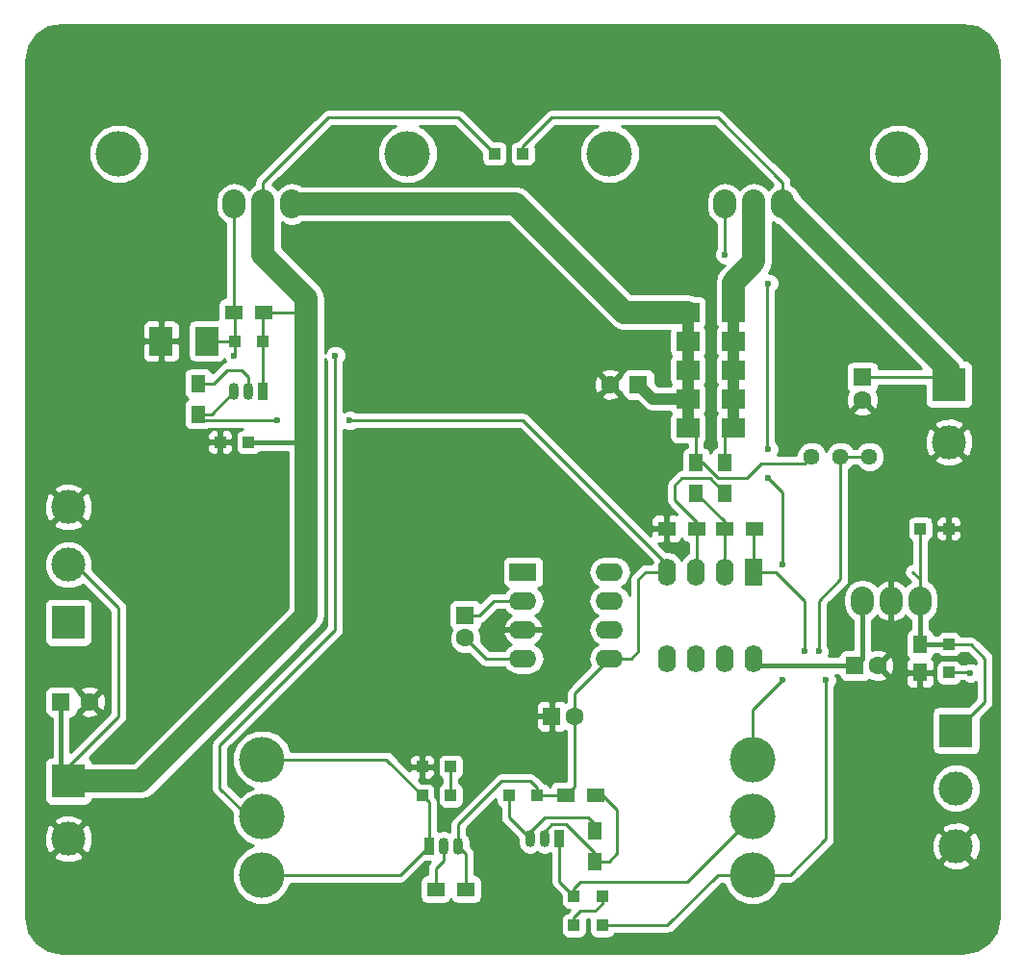
<source format=gtl>
G04 #@! TF.FileFunction,Copper,L1,Top,Signal*
%FSLAX46Y46*%
G04 Gerber Fmt 4.6, Leading zero omitted, Abs format (unit mm)*
G04 Created by KiCad (PCBNEW 4.0.5) date Sat Mar 18 13:09:48 2017*
%MOMM*%
%LPD*%
G01*
G04 APERTURE LIST*
%ADD10C,0.100000*%
%ADD11R,1.600000X1.600000*%
%ADD12C,1.600000*%
%ADD13R,2.000000X2.500000*%
%ADD14R,1.250000X1.500000*%
%ADD15R,1.000000X1.000000*%
%ADD16C,4.000000*%
%ADD17R,3.000000X3.000000*%
%ADD18C,3.000000*%
%ADD19R,1.500000X1.300000*%
%ADD20R,1.300000X1.500000*%
%ADD21C,1.440000*%
%ADD22R,1.600000X2.400000*%
%ADD23O,1.600000X2.400000*%
%ADD24O,2.032000X2.540000*%
%ADD25O,0.899160X1.501140*%
%ADD26R,0.899160X1.501140*%
%ADD27R,2.400000X1.600000*%
%ADD28O,2.400000X1.600000*%
%ADD29R,2.000000X1.700000*%
%ADD30C,0.600000*%
%ADD31C,0.250000*%
%ADD32C,0.400000*%
%ADD33C,2.000000*%
%ADD34C,1.000000*%
%ADD35C,0.254000*%
G04 APERTURE END LIST*
D10*
D11*
X202565000Y-90805000D03*
D12*
X202565000Y-92805000D03*
D11*
X132080000Y-119380000D03*
D12*
X134580000Y-119380000D03*
D11*
X182880000Y-91440000D03*
D12*
X180380000Y-91440000D03*
D13*
X144875000Y-87630000D03*
X140875000Y-87630000D03*
D11*
X167640000Y-111760000D03*
D12*
X167640000Y-113760000D03*
D11*
X175260000Y-120650000D03*
D12*
X177260000Y-120650000D03*
D11*
X201930000Y-116205000D03*
D12*
X203930000Y-116205000D03*
D14*
X207645000Y-114320000D03*
X207645000Y-116820000D03*
D15*
X172700000Y-71120000D03*
X170200000Y-71120000D03*
X149840000Y-87630000D03*
X147340000Y-87630000D03*
X148570000Y-96520000D03*
X146070000Y-96520000D03*
X177185000Y-139065000D03*
X179685000Y-139065000D03*
X177185000Y-136525000D03*
X179685000Y-136525000D03*
X163850000Y-127635000D03*
X166350000Y-127635000D03*
X166350000Y-125095000D03*
X163850000Y-125095000D03*
X173970000Y-127635000D03*
X171470000Y-127635000D03*
X210185000Y-116820000D03*
X210185000Y-114320000D03*
X207665000Y-104140000D03*
X210165000Y-104140000D03*
D16*
X180340000Y-71120000D03*
X205740000Y-71120000D03*
X137160000Y-71120000D03*
X162560000Y-71120000D03*
D17*
X210185000Y-91440000D03*
D18*
X210185000Y-96520000D03*
D17*
X132715000Y-126365000D03*
D18*
X132715000Y-131445000D03*
D17*
X132715000Y-112395000D03*
D18*
X132715000Y-107315000D03*
X132715000Y-102235000D03*
D17*
X210820000Y-121920000D03*
D18*
X210820000Y-127000000D03*
X210820000Y-132080000D03*
D19*
X193120000Y-104140000D03*
X190420000Y-104140000D03*
X188040000Y-104140000D03*
X185340000Y-104140000D03*
D20*
X190500000Y-101045000D03*
X190500000Y-98345000D03*
X187960000Y-101045000D03*
X187960000Y-98345000D03*
D19*
X149940000Y-85090000D03*
X147240000Y-85090000D03*
D20*
X144145000Y-91360000D03*
X144145000Y-94060000D03*
X179070000Y-133430000D03*
X179070000Y-130730000D03*
D19*
X165020000Y-135890000D03*
X167720000Y-135890000D03*
X179150000Y-127635000D03*
X176450000Y-127635000D03*
D21*
X198120000Y-97790000D03*
X200660000Y-97790000D03*
X203200000Y-97790000D03*
D16*
X192925000Y-134610000D03*
X192935000Y-129520000D03*
X192945000Y-124460000D03*
X149745000Y-134610000D03*
X149755000Y-129520000D03*
X149765000Y-124460000D03*
D22*
X193040000Y-107950000D03*
D23*
X185420000Y-115570000D03*
X190500000Y-107950000D03*
X187960000Y-115570000D03*
X187960000Y-107950000D03*
X190500000Y-115570000D03*
X185420000Y-107950000D03*
X193040000Y-115570000D03*
D24*
X193040000Y-75565000D03*
X195580000Y-75565000D03*
X190500000Y-75565000D03*
X149860000Y-75565000D03*
X152400000Y-75565000D03*
X147320000Y-75565000D03*
D25*
X148590000Y-92075000D03*
X147320000Y-92075000D03*
D26*
X149860000Y-92075000D03*
D25*
X174625000Y-131445000D03*
X173355000Y-131445000D03*
D26*
X175895000Y-131445000D03*
D25*
X165735000Y-132080000D03*
X167005000Y-132080000D03*
D26*
X164465000Y-132080000D03*
D27*
X172720000Y-107950000D03*
D28*
X180340000Y-115570000D03*
X172720000Y-110490000D03*
X180340000Y-113030000D03*
X172720000Y-113030000D03*
X180340000Y-110490000D03*
X172720000Y-115570000D03*
X180340000Y-107950000D03*
D24*
X205105000Y-110490000D03*
X207645000Y-110490000D03*
X202565000Y-110490000D03*
D29*
X187230000Y-85090000D03*
X191230000Y-85090000D03*
X187230000Y-87630000D03*
X191230000Y-87630000D03*
X187230000Y-90170000D03*
X191230000Y-90170000D03*
X187230000Y-92710000D03*
X191230000Y-92710000D03*
X187230000Y-95250000D03*
X191230000Y-95250000D03*
D30*
X212090000Y-116840000D03*
X156210000Y-88900000D03*
X147320000Y-88900000D03*
X151130000Y-94615000D03*
X157480000Y-94615000D03*
X199390000Y-117475000D03*
X198755000Y-114935000D03*
X197485000Y-114935000D03*
X195580000Y-117475000D03*
X195580000Y-107315000D03*
X194310000Y-99695000D03*
X194310000Y-97155000D03*
X190500000Y-80010000D03*
X194310000Y-82550000D03*
D31*
X172700000Y-71120000D02*
X172700000Y-70505000D01*
X195580000Y-73660000D02*
X195580000Y-75565000D01*
X189865000Y-67945000D02*
X195580000Y-73660000D01*
X175260000Y-67945000D02*
X189865000Y-67945000D01*
X172700000Y-70505000D02*
X175260000Y-67945000D01*
X212070000Y-116820000D02*
X212090000Y-116840000D01*
X210185000Y-116820000D02*
X212070000Y-116820000D01*
D32*
X201930000Y-116205000D02*
X193675000Y-116205000D01*
X193675000Y-116205000D02*
X193040000Y-115570000D01*
X202565000Y-110490000D02*
X202565000Y-115570000D01*
X202565000Y-115570000D02*
X201930000Y-116205000D01*
D31*
X209550000Y-90805000D02*
X210185000Y-91440000D01*
X202565000Y-90805000D02*
X209550000Y-90805000D01*
D33*
X210185000Y-90170000D02*
X195580000Y-75565000D01*
X210185000Y-91440000D02*
X210185000Y-90170000D01*
D31*
X132715000Y-125095000D02*
X132715000Y-126365000D01*
X137160000Y-120650000D02*
X132715000Y-125095000D01*
X137160000Y-111125000D02*
X137160000Y-120650000D01*
X133350000Y-107315000D02*
X137160000Y-111125000D01*
X132715000Y-107315000D02*
X133350000Y-107315000D01*
X149860000Y-75565000D02*
X149860000Y-73660000D01*
X167025000Y-67945000D02*
X170200000Y-71120000D01*
X155575000Y-67945000D02*
X167025000Y-67945000D01*
X149860000Y-73660000D02*
X155575000Y-67945000D01*
D32*
X132080000Y-119380000D02*
X132080000Y-125730000D01*
X132080000Y-125730000D02*
X132715000Y-126365000D01*
X148570000Y-96520000D02*
X153670000Y-96520000D01*
X153670000Y-96520000D02*
X153035000Y-96520000D01*
X153035000Y-96520000D02*
X153670000Y-96520000D01*
D31*
X149860000Y-92075000D02*
X149860000Y-87650000D01*
X149860000Y-87650000D02*
X149840000Y-87630000D01*
X149840000Y-87630000D02*
X149840000Y-85190000D01*
X149840000Y-85190000D02*
X149940000Y-85090000D01*
X149940000Y-85090000D02*
X153670000Y-85090000D01*
D33*
X149860000Y-75565000D02*
X149860000Y-80010000D01*
X139065000Y-126365000D02*
X132715000Y-126365000D01*
X153670000Y-111760000D02*
X139065000Y-126365000D01*
X153670000Y-83820000D02*
X153670000Y-85090000D01*
X153670000Y-85090000D02*
X153670000Y-96520000D01*
X153670000Y-96520000D02*
X153670000Y-107315000D01*
X153670000Y-107315000D02*
X153670000Y-111760000D01*
X149860000Y-80010000D02*
X153670000Y-83820000D01*
D31*
X187960000Y-98345000D02*
X188515000Y-98345000D01*
X188515000Y-98345000D02*
X189865000Y-99695000D01*
X197485000Y-98425000D02*
X198120000Y-97790000D01*
X193675000Y-98425000D02*
X197485000Y-98425000D01*
X192405000Y-99695000D02*
X193675000Y-98425000D01*
X189865000Y-99695000D02*
X192405000Y-99695000D01*
D33*
X187230000Y-85090000D02*
X181610000Y-85090000D01*
X172085000Y-75565000D02*
X152400000Y-75565000D01*
X181610000Y-85090000D02*
X172085000Y-75565000D01*
D34*
X187230000Y-92710000D02*
X184150000Y-92710000D01*
X184150000Y-92710000D02*
X182880000Y-91440000D01*
X187230000Y-92710000D02*
X187230000Y-95250000D01*
X187230000Y-90170000D02*
X187230000Y-92710000D01*
X187230000Y-90170000D02*
X187230000Y-87630000D01*
X187230000Y-85090000D02*
X187230000Y-87630000D01*
D31*
X187960000Y-98345000D02*
X187960000Y-95980000D01*
X187960000Y-95980000D02*
X187230000Y-95250000D01*
X149755000Y-129520000D02*
X148570000Y-129520000D01*
X148570000Y-129520000D02*
X146050000Y-127000000D01*
X146050000Y-127000000D02*
X146050000Y-123190000D01*
X146050000Y-123190000D02*
X156210000Y-113030000D01*
X156210000Y-113030000D02*
X156210000Y-88900000D01*
X147320000Y-88900000D02*
X147340000Y-88880000D01*
X147340000Y-88880000D02*
X147340000Y-87630000D01*
X147240000Y-85090000D02*
X147240000Y-75645000D01*
X147240000Y-75645000D02*
X147320000Y-75565000D01*
X147340000Y-87630000D02*
X147340000Y-85190000D01*
X147340000Y-85190000D02*
X147240000Y-85090000D01*
X147340000Y-87630000D02*
X144875000Y-87630000D01*
X167640000Y-111760000D02*
X168910000Y-111760000D01*
X170180000Y-110490000D02*
X172720000Y-110490000D01*
X168910000Y-111760000D02*
X170180000Y-110490000D01*
X172720000Y-115570000D02*
X169450000Y-115570000D01*
X169450000Y-115570000D02*
X167640000Y-113760000D01*
X173970000Y-127635000D02*
X173970000Y-126980000D01*
X167005000Y-130175000D02*
X167005000Y-132080000D01*
X170815000Y-126365000D02*
X167005000Y-130175000D01*
X173355000Y-126365000D02*
X170815000Y-126365000D01*
X173970000Y-126980000D02*
X173355000Y-126365000D01*
X185420000Y-107950000D02*
X185420000Y-107315000D01*
X185420000Y-107315000D02*
X172720000Y-94615000D01*
X151130000Y-94615000D02*
X144145000Y-94615000D01*
X172720000Y-94615000D02*
X157480000Y-94615000D01*
X144145000Y-94615000D02*
X144145000Y-94060000D01*
X180340000Y-115570000D02*
X182245000Y-115570000D01*
X183515000Y-107950000D02*
X185420000Y-107950000D01*
X182880000Y-108585000D02*
X183515000Y-107950000D01*
X182880000Y-114935000D02*
X182880000Y-108585000D01*
X182245000Y-115570000D02*
X182880000Y-114935000D01*
X144145000Y-94060000D02*
X145335000Y-94060000D01*
X145335000Y-94060000D02*
X147320000Y-92075000D01*
X167720000Y-135890000D02*
X167720000Y-132795000D01*
X167720000Y-132795000D02*
X167005000Y-132080000D01*
X173970000Y-127635000D02*
X176450000Y-127635000D01*
X177260000Y-120650000D02*
X177260000Y-126825000D01*
X177260000Y-126825000D02*
X176450000Y-127635000D01*
X177260000Y-120650000D02*
X177260000Y-118650000D01*
X177260000Y-118650000D02*
X180340000Y-115570000D01*
X210185000Y-114320000D02*
X212110000Y-114320000D01*
X213360000Y-119380000D02*
X210820000Y-121920000D01*
X213360000Y-115570000D02*
X213360000Y-119380000D01*
X212110000Y-114320000D02*
X213360000Y-115570000D01*
X207645000Y-110490000D02*
X207645000Y-108585000D01*
X207645000Y-108585000D02*
X207010000Y-107950000D01*
X207665000Y-104140000D02*
X207665000Y-110470000D01*
X207665000Y-110470000D02*
X207645000Y-110490000D01*
D32*
X207645000Y-104160000D02*
X207665000Y-104140000D01*
X210185000Y-114320000D02*
X207645000Y-114320000D01*
X207645000Y-110490000D02*
X207645000Y-114320000D01*
D31*
X179685000Y-136525000D02*
X179685000Y-137180000D01*
X179685000Y-137180000D02*
X179070000Y-137795000D01*
X179070000Y-137795000D02*
X177800000Y-137795000D01*
X177800000Y-137795000D02*
X177185000Y-138410000D01*
X177185000Y-138410000D02*
X177185000Y-139065000D01*
X200660000Y-97790000D02*
X200660000Y-108585000D01*
X196225000Y-134610000D02*
X192925000Y-134610000D01*
X199390000Y-131445000D02*
X196225000Y-134610000D01*
X199390000Y-117475000D02*
X199390000Y-131445000D01*
X198755000Y-110490000D02*
X198755000Y-114935000D01*
X200660000Y-108585000D02*
X198755000Y-110490000D01*
X200660000Y-97790000D02*
X203200000Y-97790000D01*
X192925000Y-134610000D02*
X189875000Y-134610000D01*
X185420000Y-139065000D02*
X179685000Y-139065000D01*
X189875000Y-134610000D02*
X185420000Y-139065000D01*
X177185000Y-136525000D02*
X177185000Y-135870000D01*
X177185000Y-135870000D02*
X177800000Y-135255000D01*
X177800000Y-135255000D02*
X187200000Y-135255000D01*
X187200000Y-135255000D02*
X192935000Y-129520000D01*
X175895000Y-131445000D02*
X175895000Y-135235000D01*
X175895000Y-135235000D02*
X177185000Y-136525000D01*
X149765000Y-124460000D02*
X160675000Y-124460000D01*
X160675000Y-124460000D02*
X163850000Y-127635000D01*
X149745000Y-134610000D02*
X161935000Y-134610000D01*
X161935000Y-134610000D02*
X164465000Y-132080000D01*
X164465000Y-132080000D02*
X164465000Y-128250000D01*
X164465000Y-128250000D02*
X163850000Y-127635000D01*
X166350000Y-125095000D02*
X166350000Y-127635000D01*
X179070000Y-130730000D02*
X179070000Y-130175000D01*
X179070000Y-130175000D02*
X178435000Y-129540000D01*
X178435000Y-129540000D02*
X174625000Y-129540000D01*
X174625000Y-129540000D02*
X173355000Y-130810000D01*
X173355000Y-130810000D02*
X173355000Y-131445000D01*
X171470000Y-127635000D02*
X171470000Y-129560000D01*
X171470000Y-129560000D02*
X173355000Y-131445000D01*
X193040000Y-107950000D02*
X194945000Y-107950000D01*
X197485000Y-110490000D02*
X197485000Y-114935000D01*
X194945000Y-107950000D02*
X197485000Y-110490000D01*
X193040000Y-107950000D02*
X193040000Y-104220000D01*
X193040000Y-104220000D02*
X193120000Y-104140000D01*
X190420000Y-104140000D02*
X190420000Y-103505000D01*
X190420000Y-103505000D02*
X187960000Y-101045000D01*
X190500000Y-107950000D02*
X190500000Y-104220000D01*
X190500000Y-104220000D02*
X190420000Y-104140000D01*
X188040000Y-104140000D02*
X188040000Y-103585000D01*
X188040000Y-103585000D02*
X186055000Y-101600000D01*
X189150000Y-99695000D02*
X190500000Y-101045000D01*
X186690000Y-99695000D02*
X189150000Y-99695000D01*
X186055000Y-100330000D02*
X186690000Y-99695000D01*
X186055000Y-101600000D02*
X186055000Y-100330000D01*
X188040000Y-104140000D02*
X188040000Y-107870000D01*
X188040000Y-107870000D02*
X187960000Y-107950000D01*
D34*
X191230000Y-95250000D02*
X191230000Y-92710000D01*
X191230000Y-92710000D02*
X191230000Y-90170000D01*
X191230000Y-90170000D02*
X191230000Y-87630000D01*
X191230000Y-87630000D02*
X191230000Y-85090000D01*
D33*
X191230000Y-82455000D02*
X191230000Y-85090000D01*
X193040000Y-80645000D02*
X191230000Y-82455000D01*
X193040000Y-75565000D02*
X193040000Y-80645000D01*
D31*
X190500000Y-98345000D02*
X190500000Y-95980000D01*
X190500000Y-95980000D02*
X191230000Y-95250000D01*
X144145000Y-91360000D02*
X145495000Y-91360000D01*
X148590000Y-90805000D02*
X148590000Y-92075000D01*
X147955000Y-90170000D02*
X148590000Y-90805000D01*
X146685000Y-90170000D02*
X147955000Y-90170000D01*
X145495000Y-91360000D02*
X146685000Y-90170000D01*
X179150000Y-127635000D02*
X179705000Y-127635000D01*
X179705000Y-127635000D02*
X180975000Y-128905000D01*
X180975000Y-128905000D02*
X180975000Y-132715000D01*
X180975000Y-132715000D02*
X180260000Y-133430000D01*
X180260000Y-133430000D02*
X179070000Y-133430000D01*
X179070000Y-133430000D02*
X179070000Y-132715000D01*
X179070000Y-132715000D02*
X176530000Y-130175000D01*
X176530000Y-130175000D02*
X175260000Y-130175000D01*
X175260000Y-130175000D02*
X174625000Y-130810000D01*
X174625000Y-130810000D02*
X174625000Y-131445000D01*
X165020000Y-135890000D02*
X165020000Y-134065000D01*
X165735000Y-133350000D02*
X165735000Y-132080000D01*
X165020000Y-134065000D02*
X165735000Y-133350000D01*
X194215000Y-85725000D02*
X194215000Y-97060000D01*
X192945000Y-120110000D02*
X192945000Y-124460000D01*
X195580000Y-117475000D02*
X192945000Y-120110000D01*
X195580000Y-100965000D02*
X195580000Y-107315000D01*
X194310000Y-99695000D02*
X195580000Y-100965000D01*
X194215000Y-97060000D02*
X194310000Y-97155000D01*
X194215000Y-85725000D02*
X194215000Y-82645000D01*
X190500000Y-80010000D02*
X190500000Y-75565000D01*
X194215000Y-82645000D02*
X194310000Y-82550000D01*
D35*
G36*
X212635995Y-60013824D02*
X213637196Y-60682804D01*
X214306175Y-61684005D01*
X214555000Y-62934931D01*
X214555000Y-138360069D01*
X214306175Y-139610995D01*
X213637196Y-140612196D01*
X212635995Y-141281176D01*
X211385069Y-141530000D01*
X132149931Y-141530000D01*
X130899005Y-141281175D01*
X129897804Y-140612196D01*
X129228824Y-139610995D01*
X128980000Y-138360069D01*
X128980000Y-132958970D01*
X131380635Y-132958970D01*
X131540418Y-133277739D01*
X132331187Y-133587723D01*
X133180387Y-133571497D01*
X133889582Y-133277739D01*
X134049365Y-132958970D01*
X132715000Y-131624605D01*
X131380635Y-132958970D01*
X128980000Y-132958970D01*
X128980000Y-131061187D01*
X130572277Y-131061187D01*
X130588503Y-131910387D01*
X130882261Y-132619582D01*
X131201030Y-132779365D01*
X132535395Y-131445000D01*
X132894605Y-131445000D01*
X134228970Y-132779365D01*
X134547739Y-132619582D01*
X134857723Y-131828813D01*
X134841497Y-130979613D01*
X134547739Y-130270418D01*
X134228970Y-130110635D01*
X132894605Y-131445000D01*
X132535395Y-131445000D01*
X131201030Y-130110635D01*
X130882261Y-130270418D01*
X130572277Y-131061187D01*
X128980000Y-131061187D01*
X128980000Y-129931030D01*
X131380635Y-129931030D01*
X132715000Y-131265395D01*
X134049365Y-129931030D01*
X133889582Y-129612261D01*
X133098813Y-129302277D01*
X132249613Y-129318503D01*
X131540418Y-129612261D01*
X131380635Y-129931030D01*
X128980000Y-129931030D01*
X128980000Y-124865000D01*
X130567560Y-124865000D01*
X130567560Y-127865000D01*
X130611838Y-128100317D01*
X130750910Y-128316441D01*
X130963110Y-128461431D01*
X131215000Y-128512440D01*
X134215000Y-128512440D01*
X134450317Y-128468162D01*
X134666441Y-128329090D01*
X134811431Y-128116890D01*
X134835102Y-128000000D01*
X139064995Y-128000000D01*
X139065000Y-128000001D01*
X139690688Y-127875543D01*
X140221120Y-127521120D01*
X154826120Y-112916120D01*
X155180543Y-112385688D01*
X155305001Y-111760000D01*
X155305000Y-111759995D01*
X155305000Y-89158165D01*
X155416883Y-89428943D01*
X155450000Y-89462118D01*
X155450000Y-112715198D01*
X145512599Y-122652599D01*
X145347852Y-122899161D01*
X145290000Y-123190000D01*
X145290000Y-127000000D01*
X145347852Y-127290839D01*
X145512599Y-127537401D01*
X147120326Y-129145128D01*
X147119543Y-130041834D01*
X147519853Y-131010658D01*
X148260443Y-131752542D01*
X149008595Y-132063202D01*
X148254342Y-132374853D01*
X147512458Y-133115443D01*
X147110458Y-134083567D01*
X147109543Y-135131834D01*
X147509853Y-136100658D01*
X148250443Y-136842542D01*
X149218567Y-137244542D01*
X150266834Y-137245457D01*
X151235658Y-136845147D01*
X151977542Y-136104557D01*
X152282557Y-135370000D01*
X161935000Y-135370000D01*
X162225839Y-135312148D01*
X162472401Y-135147401D01*
X164141792Y-133478010D01*
X164532188Y-133478010D01*
X164482599Y-133527599D01*
X164317852Y-133774161D01*
X164260000Y-134065000D01*
X164260000Y-134594442D01*
X164034683Y-134636838D01*
X163818559Y-134775910D01*
X163673569Y-134988110D01*
X163622560Y-135240000D01*
X163622560Y-136540000D01*
X163666838Y-136775317D01*
X163805910Y-136991441D01*
X164018110Y-137136431D01*
X164270000Y-137187440D01*
X165770000Y-137187440D01*
X166005317Y-137143162D01*
X166221441Y-137004090D01*
X166366431Y-136791890D01*
X166369081Y-136778803D01*
X166505910Y-136991441D01*
X166718110Y-137136431D01*
X166970000Y-137187440D01*
X168470000Y-137187440D01*
X168705317Y-137143162D01*
X168921441Y-137004090D01*
X169066431Y-136791890D01*
X169117440Y-136540000D01*
X169117440Y-135240000D01*
X169073162Y-135004683D01*
X168934090Y-134788559D01*
X168721890Y-134643569D01*
X168480000Y-134594585D01*
X168480000Y-132795000D01*
X168422148Y-132504161D01*
X168257401Y-132257599D01*
X168089580Y-132089778D01*
X168089580Y-131751865D01*
X168007021Y-131336814D01*
X167771914Y-130984951D01*
X167765000Y-130980331D01*
X167765000Y-130489802D01*
X170322560Y-127932242D01*
X170322560Y-128135000D01*
X170366838Y-128370317D01*
X170505910Y-128586441D01*
X170710000Y-128725890D01*
X170710000Y-129560000D01*
X170767852Y-129850839D01*
X170932599Y-130097401D01*
X172270420Y-131435222D01*
X172270420Y-131773135D01*
X172352979Y-132188186D01*
X172588086Y-132540049D01*
X172939949Y-132775156D01*
X173355000Y-132857715D01*
X173770051Y-132775156D01*
X173990000Y-132628191D01*
X174209949Y-132775156D01*
X174625000Y-132857715D01*
X175040051Y-132775156D01*
X175105183Y-132731636D01*
X175135000Y-132752009D01*
X175135000Y-135235000D01*
X175192852Y-135525839D01*
X175357599Y-135772401D01*
X176037560Y-136452363D01*
X176037560Y-137025000D01*
X176081838Y-137260317D01*
X176220910Y-137476441D01*
X176433110Y-137621431D01*
X176685000Y-137672440D01*
X176847758Y-137672440D01*
X176647599Y-137872599D01*
X176607858Y-137932075D01*
X176449683Y-137961838D01*
X176233559Y-138100910D01*
X176088569Y-138313110D01*
X176037560Y-138565000D01*
X176037560Y-139565000D01*
X176081838Y-139800317D01*
X176220910Y-140016441D01*
X176433110Y-140161431D01*
X176685000Y-140212440D01*
X177685000Y-140212440D01*
X177920317Y-140168162D01*
X178136441Y-140029090D01*
X178281431Y-139816890D01*
X178332440Y-139565000D01*
X178332440Y-138565000D01*
X178330558Y-138555000D01*
X178539585Y-138555000D01*
X178537560Y-138565000D01*
X178537560Y-139565000D01*
X178581838Y-139800317D01*
X178720910Y-140016441D01*
X178933110Y-140161431D01*
X179185000Y-140212440D01*
X180185000Y-140212440D01*
X180420317Y-140168162D01*
X180636441Y-140029090D01*
X180775890Y-139825000D01*
X185420000Y-139825000D01*
X185710839Y-139767148D01*
X185957401Y-139602401D01*
X190189802Y-135370000D01*
X190387951Y-135370000D01*
X190689853Y-136100658D01*
X191430443Y-136842542D01*
X192398567Y-137244542D01*
X193446834Y-137245457D01*
X194415658Y-136845147D01*
X195157542Y-136104557D01*
X195462557Y-135370000D01*
X196225000Y-135370000D01*
X196515839Y-135312148D01*
X196762401Y-135147401D01*
X198315832Y-133593970D01*
X209485635Y-133593970D01*
X209645418Y-133912739D01*
X210436187Y-134222723D01*
X211285387Y-134206497D01*
X211994582Y-133912739D01*
X212154365Y-133593970D01*
X210820000Y-132259605D01*
X209485635Y-133593970D01*
X198315832Y-133593970D01*
X199927401Y-131982401D01*
X200092148Y-131735839D01*
X200100035Y-131696187D01*
X208677277Y-131696187D01*
X208693503Y-132545387D01*
X208987261Y-133254582D01*
X209306030Y-133414365D01*
X210640395Y-132080000D01*
X210999605Y-132080000D01*
X212333970Y-133414365D01*
X212652739Y-133254582D01*
X212962723Y-132463813D01*
X212946497Y-131614613D01*
X212652739Y-130905418D01*
X212333970Y-130745635D01*
X210999605Y-132080000D01*
X210640395Y-132080000D01*
X209306030Y-130745635D01*
X208987261Y-130905418D01*
X208677277Y-131696187D01*
X200100035Y-131696187D01*
X200150000Y-131445000D01*
X200150000Y-130566030D01*
X209485635Y-130566030D01*
X210820000Y-131900395D01*
X212154365Y-130566030D01*
X211994582Y-130247261D01*
X211203813Y-129937277D01*
X210354613Y-129953503D01*
X209645418Y-130247261D01*
X209485635Y-130566030D01*
X200150000Y-130566030D01*
X200150000Y-127422815D01*
X208684630Y-127422815D01*
X209008980Y-128207800D01*
X209609041Y-128808909D01*
X210393459Y-129134628D01*
X211242815Y-129135370D01*
X212027800Y-128811020D01*
X212628909Y-128210959D01*
X212954628Y-127426541D01*
X212955370Y-126577185D01*
X212631020Y-125792200D01*
X212030959Y-125191091D01*
X211246541Y-124865372D01*
X210397185Y-124864630D01*
X209612200Y-125188980D01*
X209011091Y-125789041D01*
X208685372Y-126573459D01*
X208684630Y-127422815D01*
X200150000Y-127422815D01*
X200150000Y-118037463D01*
X200182192Y-118005327D01*
X200324838Y-117661799D01*
X200325162Y-117289833D01*
X200221933Y-117040000D01*
X200489146Y-117040000D01*
X200526838Y-117240317D01*
X200665910Y-117456441D01*
X200878110Y-117601431D01*
X201130000Y-117652440D01*
X202730000Y-117652440D01*
X202965317Y-117608162D01*
X203181441Y-117469090D01*
X203185977Y-117462452D01*
X203713223Y-117651965D01*
X204283454Y-117624778D01*
X204684005Y-117458864D01*
X204758139Y-117212745D01*
X204651145Y-117105750D01*
X206385000Y-117105750D01*
X206385000Y-117696309D01*
X206481673Y-117929698D01*
X206660301Y-118108327D01*
X206893690Y-118205000D01*
X207359250Y-118205000D01*
X207518000Y-118046250D01*
X207518000Y-116947000D01*
X207772000Y-116947000D01*
X207772000Y-118046250D01*
X207930750Y-118205000D01*
X208396310Y-118205000D01*
X208629699Y-118108327D01*
X208808327Y-117929698D01*
X208905000Y-117696309D01*
X208905000Y-117105750D01*
X208746250Y-116947000D01*
X207772000Y-116947000D01*
X207518000Y-116947000D01*
X206543750Y-116947000D01*
X206385000Y-117105750D01*
X204651145Y-117105750D01*
X203930000Y-116384605D01*
X203915858Y-116398748D01*
X203736253Y-116219143D01*
X203750395Y-116205000D01*
X204109605Y-116205000D01*
X204937745Y-117033139D01*
X205183864Y-116959005D01*
X205376965Y-116421777D01*
X205349778Y-115851546D01*
X205183864Y-115450995D01*
X204937745Y-115376861D01*
X204109605Y-116205000D01*
X203750395Y-116205000D01*
X203736253Y-116190858D01*
X203915858Y-116011252D01*
X203930000Y-116025395D01*
X204758139Y-115197255D01*
X204684005Y-114951136D01*
X204146777Y-114758035D01*
X203576546Y-114785222D01*
X203400000Y-114858350D01*
X203400000Y-112170879D01*
X203732433Y-111948754D01*
X203849054Y-111774219D01*
X204027370Y-112001236D01*
X204590523Y-112317926D01*
X204722056Y-112349975D01*
X204978000Y-112230836D01*
X204978000Y-110617000D01*
X204958000Y-110617000D01*
X204958000Y-110363000D01*
X204978000Y-110363000D01*
X204978000Y-108749164D01*
X205232000Y-108749164D01*
X205232000Y-110363000D01*
X205252000Y-110363000D01*
X205252000Y-110617000D01*
X205232000Y-110617000D01*
X205232000Y-112230836D01*
X205487944Y-112349975D01*
X205619477Y-112317926D01*
X206182630Y-112001236D01*
X206360946Y-111774219D01*
X206477567Y-111948754D01*
X206810000Y-112170879D01*
X206810000Y-112962074D01*
X206784683Y-112966838D01*
X206568559Y-113105910D01*
X206423569Y-113318110D01*
X206372560Y-113570000D01*
X206372560Y-115070000D01*
X206416838Y-115305317D01*
X206555910Y-115521441D01*
X206624006Y-115567969D01*
X206481673Y-115710302D01*
X206385000Y-115943691D01*
X206385000Y-116534250D01*
X206543750Y-116693000D01*
X207518000Y-116693000D01*
X207518000Y-116673000D01*
X207772000Y-116673000D01*
X207772000Y-116693000D01*
X208746250Y-116693000D01*
X208905000Y-116534250D01*
X208905000Y-115943691D01*
X208808327Y-115710302D01*
X208667090Y-115569064D01*
X208721441Y-115534090D01*
X208866431Y-115321890D01*
X208900227Y-115155000D01*
X209145982Y-115155000D01*
X209220910Y-115271441D01*
X209433110Y-115416431D01*
X209685000Y-115467440D01*
X210685000Y-115467440D01*
X210920317Y-115423162D01*
X211136441Y-115284090D01*
X211275890Y-115080000D01*
X211795198Y-115080000D01*
X212600000Y-115884802D01*
X212600000Y-116039367D01*
X212276799Y-115905162D01*
X211904833Y-115904838D01*
X211561057Y-116046883D01*
X211547917Y-116060000D01*
X211272279Y-116060000D01*
X211149090Y-115868559D01*
X210936890Y-115723569D01*
X210685000Y-115672560D01*
X209685000Y-115672560D01*
X209449683Y-115716838D01*
X209233559Y-115855910D01*
X209088569Y-116068110D01*
X209037560Y-116320000D01*
X209037560Y-117320000D01*
X209081838Y-117555317D01*
X209220910Y-117771441D01*
X209433110Y-117916431D01*
X209685000Y-117967440D01*
X210685000Y-117967440D01*
X210920317Y-117923162D01*
X211136441Y-117784090D01*
X211275890Y-117580000D01*
X211507572Y-117580000D01*
X211559673Y-117632192D01*
X211903201Y-117774838D01*
X212275167Y-117775162D01*
X212600000Y-117640944D01*
X212600000Y-119065198D01*
X211892638Y-119772560D01*
X209320000Y-119772560D01*
X209084683Y-119816838D01*
X208868559Y-119955910D01*
X208723569Y-120168110D01*
X208672560Y-120420000D01*
X208672560Y-123420000D01*
X208716838Y-123655317D01*
X208855910Y-123871441D01*
X209068110Y-124016431D01*
X209320000Y-124067440D01*
X212320000Y-124067440D01*
X212555317Y-124023162D01*
X212771441Y-123884090D01*
X212916431Y-123671890D01*
X212967440Y-123420000D01*
X212967440Y-120847362D01*
X213897401Y-119917401D01*
X214062148Y-119670840D01*
X214084274Y-119559605D01*
X214120000Y-119380000D01*
X214120000Y-115570000D01*
X214062148Y-115279161D01*
X213897401Y-115032599D01*
X212647401Y-113782599D01*
X212400839Y-113617852D01*
X212110000Y-113560000D01*
X211272279Y-113560000D01*
X211149090Y-113368559D01*
X210936890Y-113223569D01*
X210685000Y-113172560D01*
X209685000Y-113172560D01*
X209449683Y-113216838D01*
X209233559Y-113355910D01*
X209145356Y-113485000D01*
X208901446Y-113485000D01*
X208873162Y-113334683D01*
X208734090Y-113118559D01*
X208521890Y-112973569D01*
X208480000Y-112965086D01*
X208480000Y-112170879D01*
X208812433Y-111948754D01*
X209170325Y-111413131D01*
X209296000Y-110781321D01*
X209296000Y-110198679D01*
X209170325Y-109566869D01*
X208812433Y-109031246D01*
X208425000Y-108772371D01*
X208425000Y-105227279D01*
X208616441Y-105104090D01*
X208761431Y-104891890D01*
X208812440Y-104640000D01*
X208812440Y-104425750D01*
X209030000Y-104425750D01*
X209030000Y-104766310D01*
X209126673Y-104999699D01*
X209305302Y-105178327D01*
X209538691Y-105275000D01*
X209879250Y-105275000D01*
X210038000Y-105116250D01*
X210038000Y-104267000D01*
X210292000Y-104267000D01*
X210292000Y-105116250D01*
X210450750Y-105275000D01*
X210791309Y-105275000D01*
X211024698Y-105178327D01*
X211203327Y-104999699D01*
X211300000Y-104766310D01*
X211300000Y-104425750D01*
X211141250Y-104267000D01*
X210292000Y-104267000D01*
X210038000Y-104267000D01*
X209188750Y-104267000D01*
X209030000Y-104425750D01*
X208812440Y-104425750D01*
X208812440Y-103640000D01*
X208788674Y-103513690D01*
X209030000Y-103513690D01*
X209030000Y-103854250D01*
X209188750Y-104013000D01*
X210038000Y-104013000D01*
X210038000Y-103163750D01*
X210292000Y-103163750D01*
X210292000Y-104013000D01*
X211141250Y-104013000D01*
X211300000Y-103854250D01*
X211300000Y-103513690D01*
X211203327Y-103280301D01*
X211024698Y-103101673D01*
X210791309Y-103005000D01*
X210450750Y-103005000D01*
X210292000Y-103163750D01*
X210038000Y-103163750D01*
X209879250Y-103005000D01*
X209538691Y-103005000D01*
X209305302Y-103101673D01*
X209126673Y-103280301D01*
X209030000Y-103513690D01*
X208788674Y-103513690D01*
X208768162Y-103404683D01*
X208629090Y-103188559D01*
X208416890Y-103043569D01*
X208165000Y-102992560D01*
X207165000Y-102992560D01*
X206929683Y-103036838D01*
X206713559Y-103175910D01*
X206568569Y-103388110D01*
X206517560Y-103640000D01*
X206517560Y-104640000D01*
X206561838Y-104875317D01*
X206700910Y-105091441D01*
X206905000Y-105230890D01*
X206905000Y-107210886D01*
X206719161Y-107247852D01*
X206472599Y-107412599D01*
X206307852Y-107659161D01*
X206250000Y-107950000D01*
X206307852Y-108240839D01*
X206472599Y-108487401D01*
X206800600Y-108815402D01*
X206477567Y-109031246D01*
X206360946Y-109205781D01*
X206182630Y-108978764D01*
X205619477Y-108662074D01*
X205487944Y-108630025D01*
X205232000Y-108749164D01*
X204978000Y-108749164D01*
X204722056Y-108630025D01*
X204590523Y-108662074D01*
X204027370Y-108978764D01*
X203849054Y-109205781D01*
X203732433Y-109031246D01*
X203196810Y-108673354D01*
X202565000Y-108547679D01*
X201933190Y-108673354D01*
X201397567Y-109031246D01*
X201039675Y-109566869D01*
X200914000Y-110198679D01*
X200914000Y-110781321D01*
X201039675Y-111413131D01*
X201397567Y-111948754D01*
X201730000Y-112170879D01*
X201730000Y-114757560D01*
X201130000Y-114757560D01*
X200894683Y-114801838D01*
X200678559Y-114940910D01*
X200533569Y-115153110D01*
X200489648Y-115370000D01*
X199586775Y-115370000D01*
X199689838Y-115121799D01*
X199690162Y-114749833D01*
X199548117Y-114406057D01*
X199515000Y-114372882D01*
X199515000Y-110804802D01*
X201197401Y-109122401D01*
X201362148Y-108875839D01*
X201420000Y-108585000D01*
X201420000Y-98942087D01*
X201426543Y-98939383D01*
X201808043Y-98558548D01*
X201811592Y-98550000D01*
X202047913Y-98550000D01*
X202050617Y-98556543D01*
X202431452Y-98938043D01*
X202929291Y-99144764D01*
X203468344Y-99145235D01*
X203966543Y-98939383D01*
X204348043Y-98558548D01*
X204554764Y-98060709D01*
X204554787Y-98033970D01*
X208850635Y-98033970D01*
X209010418Y-98352739D01*
X209801187Y-98662723D01*
X210650387Y-98646497D01*
X211359582Y-98352739D01*
X211519365Y-98033970D01*
X210185000Y-96699605D01*
X208850635Y-98033970D01*
X204554787Y-98033970D01*
X204555235Y-97521656D01*
X204349383Y-97023457D01*
X203968548Y-96641957D01*
X203470709Y-96435236D01*
X202931656Y-96434765D01*
X202433457Y-96640617D01*
X202051957Y-97021452D01*
X202048408Y-97030000D01*
X201812087Y-97030000D01*
X201809383Y-97023457D01*
X201428548Y-96641957D01*
X200930709Y-96435236D01*
X200391656Y-96434765D01*
X199893457Y-96640617D01*
X199511957Y-97021452D01*
X199389955Y-97315264D01*
X199269383Y-97023457D01*
X198888548Y-96641957D01*
X198390709Y-96435236D01*
X197851656Y-96434765D01*
X197353457Y-96640617D01*
X196971957Y-97021452D01*
X196765236Y-97519291D01*
X196765109Y-97665000D01*
X195110633Y-97665000D01*
X195244838Y-97341799D01*
X195245162Y-96969833D01*
X195103117Y-96626057D01*
X194975000Y-96497716D01*
X194975000Y-96136187D01*
X208042277Y-96136187D01*
X208058503Y-96985387D01*
X208352261Y-97694582D01*
X208671030Y-97854365D01*
X210005395Y-96520000D01*
X210364605Y-96520000D01*
X211698970Y-97854365D01*
X212017739Y-97694582D01*
X212327723Y-96903813D01*
X212311497Y-96054613D01*
X212017739Y-95345418D01*
X211698970Y-95185635D01*
X210364605Y-96520000D01*
X210005395Y-96520000D01*
X208671030Y-95185635D01*
X208352261Y-95345418D01*
X208042277Y-96136187D01*
X194975000Y-96136187D01*
X194975000Y-95006030D01*
X208850635Y-95006030D01*
X210185000Y-96340395D01*
X211519365Y-95006030D01*
X211359582Y-94687261D01*
X210568813Y-94377277D01*
X209719613Y-94393503D01*
X209010418Y-94687261D01*
X208850635Y-95006030D01*
X194975000Y-95006030D01*
X194975000Y-93812745D01*
X201736861Y-93812745D01*
X201810995Y-94058864D01*
X202348223Y-94251965D01*
X202918454Y-94224778D01*
X203319005Y-94058864D01*
X203393139Y-93812745D01*
X202565000Y-92984605D01*
X201736861Y-93812745D01*
X194975000Y-93812745D01*
X194975000Y-83207297D01*
X195102192Y-83080327D01*
X195244838Y-82736799D01*
X195245162Y-82364833D01*
X195103117Y-82021057D01*
X194840327Y-81757808D01*
X194496799Y-81615162D01*
X194320475Y-81615008D01*
X194550543Y-81270687D01*
X194571343Y-81166120D01*
X194675001Y-80645000D01*
X194675000Y-80644995D01*
X194675000Y-77199106D01*
X194948190Y-77381646D01*
X195118229Y-77415469D01*
X207747760Y-90045000D01*
X204012440Y-90045000D01*
X204012440Y-90005000D01*
X203968162Y-89769683D01*
X203829090Y-89553559D01*
X203616890Y-89408569D01*
X203365000Y-89357560D01*
X201765000Y-89357560D01*
X201529683Y-89401838D01*
X201313559Y-89540910D01*
X201168569Y-89753110D01*
X201117560Y-90005000D01*
X201117560Y-91605000D01*
X201161838Y-91840317D01*
X201300910Y-92056441D01*
X201307548Y-92060977D01*
X201118035Y-92588223D01*
X201145222Y-93158454D01*
X201311136Y-93559005D01*
X201557255Y-93633139D01*
X202385395Y-92805000D01*
X202371252Y-92790858D01*
X202550858Y-92611253D01*
X202565000Y-92625395D01*
X202579143Y-92611253D01*
X202758748Y-92790858D01*
X202744605Y-92805000D01*
X203572745Y-93633139D01*
X203818864Y-93559005D01*
X204011965Y-93021777D01*
X203984778Y-92451546D01*
X203822616Y-92060053D01*
X203961431Y-91856890D01*
X204012440Y-91605000D01*
X204012440Y-91565000D01*
X208037560Y-91565000D01*
X208037560Y-92940000D01*
X208081838Y-93175317D01*
X208220910Y-93391441D01*
X208433110Y-93536431D01*
X208685000Y-93587440D01*
X211685000Y-93587440D01*
X211920317Y-93543162D01*
X212136441Y-93404090D01*
X212281431Y-93191890D01*
X212332440Y-92940000D01*
X212332440Y-89940000D01*
X212288162Y-89704683D01*
X212149090Y-89488559D01*
X211936890Y-89343569D01*
X211685000Y-89292560D01*
X211527328Y-89292560D01*
X211341120Y-89013880D01*
X197139148Y-74811908D01*
X197105325Y-74641869D01*
X196747433Y-74106246D01*
X196340000Y-73834008D01*
X196340000Y-73660000D01*
X196282148Y-73369161D01*
X196271044Y-73352542D01*
X196117402Y-73122599D01*
X194636637Y-71641834D01*
X203104543Y-71641834D01*
X203504853Y-72610658D01*
X204245443Y-73352542D01*
X205213567Y-73754542D01*
X206261834Y-73755457D01*
X207230658Y-73355147D01*
X207972542Y-72614557D01*
X208374542Y-71646433D01*
X208375457Y-70598166D01*
X207975147Y-69629342D01*
X207234557Y-68887458D01*
X206266433Y-68485458D01*
X205218166Y-68484543D01*
X204249342Y-68884853D01*
X203507458Y-69625443D01*
X203105458Y-70593567D01*
X203104543Y-71641834D01*
X194636637Y-71641834D01*
X190402401Y-67407599D01*
X190155839Y-67242852D01*
X189865000Y-67185000D01*
X175260000Y-67185000D01*
X174969161Y-67242852D01*
X174722599Y-67407599D01*
X172162599Y-69967599D01*
X172153429Y-69981323D01*
X171964683Y-70016838D01*
X171748559Y-70155910D01*
X171603569Y-70368110D01*
X171552560Y-70620000D01*
X171552560Y-71620000D01*
X171596838Y-71855317D01*
X171735910Y-72071441D01*
X171948110Y-72216431D01*
X172200000Y-72267440D01*
X173200000Y-72267440D01*
X173435317Y-72223162D01*
X173651441Y-72084090D01*
X173796431Y-71871890D01*
X173847440Y-71620000D01*
X173847440Y-70620000D01*
X173817725Y-70462077D01*
X175574802Y-68705000D01*
X179284619Y-68705000D01*
X178849342Y-68884853D01*
X178107458Y-69625443D01*
X177705458Y-70593567D01*
X177704543Y-71641834D01*
X178104853Y-72610658D01*
X178845443Y-73352542D01*
X179813567Y-73754542D01*
X180861834Y-73755457D01*
X181830658Y-73355147D01*
X182572542Y-72614557D01*
X182974542Y-71646433D01*
X182975457Y-70598166D01*
X182575147Y-69629342D01*
X181834557Y-68887458D01*
X181395149Y-68705000D01*
X189550198Y-68705000D01*
X194735600Y-73890402D01*
X194412567Y-74106246D01*
X194310000Y-74259748D01*
X194207433Y-74106246D01*
X193671810Y-73748354D01*
X193040000Y-73622679D01*
X192408190Y-73748354D01*
X191872567Y-74106246D01*
X191770000Y-74259748D01*
X191667433Y-74106246D01*
X191131810Y-73748354D01*
X190500000Y-73622679D01*
X189868190Y-73748354D01*
X189332567Y-74106246D01*
X188974675Y-74641869D01*
X188849000Y-75273679D01*
X188849000Y-75856321D01*
X188974675Y-76488131D01*
X189332567Y-77023754D01*
X189740000Y-77295992D01*
X189740000Y-79447537D01*
X189707808Y-79479673D01*
X189565162Y-79823201D01*
X189564838Y-80195167D01*
X189706883Y-80538943D01*
X189969673Y-80802192D01*
X190313201Y-80944838D01*
X190427822Y-80944938D01*
X190073880Y-81298880D01*
X189719457Y-81829312D01*
X189594999Y-82455000D01*
X189595000Y-82455005D01*
X189595000Y-84178569D01*
X189582560Y-84240000D01*
X189582560Y-85940000D01*
X189626838Y-86175317D01*
X189747015Y-86362077D01*
X189633569Y-86528110D01*
X189582560Y-86780000D01*
X189582560Y-88480000D01*
X189626838Y-88715317D01*
X189747015Y-88902077D01*
X189633569Y-89068110D01*
X189582560Y-89320000D01*
X189582560Y-91020000D01*
X189626838Y-91255317D01*
X189747015Y-91442077D01*
X189633569Y-91608110D01*
X189582560Y-91860000D01*
X189582560Y-93560000D01*
X189626838Y-93795317D01*
X189747015Y-93982077D01*
X189633569Y-94148110D01*
X189582560Y-94400000D01*
X189582560Y-96100000D01*
X189626838Y-96335317D01*
X189740000Y-96511176D01*
X189740000Y-96968258D01*
X189614683Y-96991838D01*
X189398559Y-97130910D01*
X189253569Y-97343110D01*
X189231007Y-97454523D01*
X189213162Y-97359683D01*
X189074090Y-97143559D01*
X188861890Y-96998569D01*
X188720000Y-96969836D01*
X188720000Y-96507657D01*
X188826431Y-96351890D01*
X188877440Y-96100000D01*
X188877440Y-94400000D01*
X188833162Y-94164683D01*
X188712985Y-93977923D01*
X188826431Y-93811890D01*
X188877440Y-93560000D01*
X188877440Y-91860000D01*
X188833162Y-91624683D01*
X188712985Y-91437923D01*
X188826431Y-91271890D01*
X188877440Y-91020000D01*
X188877440Y-89320000D01*
X188833162Y-89084683D01*
X188712985Y-88897923D01*
X188826431Y-88731890D01*
X188877440Y-88480000D01*
X188877440Y-86780000D01*
X188833162Y-86544683D01*
X188712985Y-86357923D01*
X188826431Y-86191890D01*
X188877440Y-85940000D01*
X188877440Y-84240000D01*
X188833162Y-84004683D01*
X188694090Y-83788559D01*
X188481890Y-83643569D01*
X188230000Y-83592560D01*
X187875297Y-83592560D01*
X187855687Y-83579457D01*
X187230000Y-83455000D01*
X182287239Y-83455000D01*
X173241120Y-74408880D01*
X172710688Y-74054457D01*
X172085000Y-73929999D01*
X172084995Y-73930000D01*
X153303662Y-73930000D01*
X153031810Y-73748354D01*
X152400000Y-73622679D01*
X151768190Y-73748354D01*
X151232567Y-74106246D01*
X151130000Y-74259748D01*
X151027433Y-74106246D01*
X150704400Y-73890402D01*
X155889803Y-68705000D01*
X161504619Y-68705000D01*
X161069342Y-68884853D01*
X160327458Y-69625443D01*
X159925458Y-70593567D01*
X159924543Y-71641834D01*
X160324853Y-72610658D01*
X161065443Y-73352542D01*
X162033567Y-73754542D01*
X163081834Y-73755457D01*
X164050658Y-73355147D01*
X164792542Y-72614557D01*
X165194542Y-71646433D01*
X165195457Y-70598166D01*
X164795147Y-69629342D01*
X164054557Y-68887458D01*
X163615149Y-68705000D01*
X166710198Y-68705000D01*
X169052560Y-71047362D01*
X169052560Y-71620000D01*
X169096838Y-71855317D01*
X169235910Y-72071441D01*
X169448110Y-72216431D01*
X169700000Y-72267440D01*
X170700000Y-72267440D01*
X170935317Y-72223162D01*
X171151441Y-72084090D01*
X171296431Y-71871890D01*
X171347440Y-71620000D01*
X171347440Y-70620000D01*
X171303162Y-70384683D01*
X171164090Y-70168559D01*
X170951890Y-70023569D01*
X170700000Y-69972560D01*
X170127362Y-69972560D01*
X167562401Y-67407599D01*
X167315839Y-67242852D01*
X167025000Y-67185000D01*
X155575000Y-67185000D01*
X155284161Y-67242852D01*
X155037599Y-67407598D01*
X149322599Y-73122599D01*
X149157852Y-73369161D01*
X149100000Y-73660000D01*
X149100000Y-73834008D01*
X148692567Y-74106246D01*
X148590000Y-74259748D01*
X148487433Y-74106246D01*
X147951810Y-73748354D01*
X147320000Y-73622679D01*
X146688190Y-73748354D01*
X146152567Y-74106246D01*
X145794675Y-74641869D01*
X145669000Y-75273679D01*
X145669000Y-75856321D01*
X145794675Y-76488131D01*
X146152567Y-77023754D01*
X146480000Y-77242538D01*
X146480000Y-83794442D01*
X146254683Y-83836838D01*
X146038559Y-83975910D01*
X145893569Y-84188110D01*
X145842560Y-84440000D01*
X145842560Y-85732560D01*
X143875000Y-85732560D01*
X143639683Y-85776838D01*
X143423559Y-85915910D01*
X143278569Y-86128110D01*
X143227560Y-86380000D01*
X143227560Y-88880000D01*
X143271838Y-89115317D01*
X143410910Y-89331441D01*
X143623110Y-89476431D01*
X143875000Y-89527440D01*
X145875000Y-89527440D01*
X146110317Y-89483162D01*
X146326441Y-89344090D01*
X146429500Y-89193258D01*
X146526883Y-89428943D01*
X146537301Y-89439379D01*
X146394161Y-89467852D01*
X146147599Y-89632599D01*
X145399326Y-90380872D01*
X145398162Y-90374683D01*
X145259090Y-90158559D01*
X145046890Y-90013569D01*
X144795000Y-89962560D01*
X143495000Y-89962560D01*
X143259683Y-90006838D01*
X143043559Y-90145910D01*
X142898569Y-90358110D01*
X142847560Y-90610000D01*
X142847560Y-92110000D01*
X142891838Y-92345317D01*
X143030910Y-92561441D01*
X143243110Y-92706431D01*
X143256197Y-92709081D01*
X143043559Y-92845910D01*
X142898569Y-93058110D01*
X142847560Y-93310000D01*
X142847560Y-94810000D01*
X142891838Y-95045317D01*
X143030910Y-95261441D01*
X143243110Y-95406431D01*
X143495000Y-95457440D01*
X144795000Y-95457440D01*
X145030317Y-95413162D01*
X145089622Y-95375000D01*
X148057033Y-95375000D01*
X147834683Y-95416838D01*
X147618559Y-95555910D01*
X147473569Y-95768110D01*
X147422560Y-96020000D01*
X147422560Y-97020000D01*
X147466838Y-97255317D01*
X147605910Y-97471441D01*
X147818110Y-97616431D01*
X148070000Y-97667440D01*
X149070000Y-97667440D01*
X149305317Y-97623162D01*
X149521441Y-97484090D01*
X149609644Y-97355000D01*
X152035000Y-97355000D01*
X152035000Y-111082760D01*
X138387760Y-124730000D01*
X134837038Y-124730000D01*
X134818162Y-124629683D01*
X134679090Y-124413559D01*
X134555612Y-124329190D01*
X137697401Y-121187401D01*
X137862148Y-120940840D01*
X137920000Y-120650000D01*
X137920000Y-111125000D01*
X137862148Y-110834161D01*
X137697401Y-110587599D01*
X134849629Y-107739827D01*
X134850370Y-106892185D01*
X134526020Y-106107200D01*
X133925959Y-105506091D01*
X133141541Y-105180372D01*
X132292185Y-105179630D01*
X131507200Y-105503980D01*
X130906091Y-106104041D01*
X130580372Y-106888459D01*
X130579630Y-107737815D01*
X130903980Y-108522800D01*
X131504041Y-109123909D01*
X132288459Y-109449628D01*
X133137815Y-109450370D01*
X133922800Y-109126020D01*
X134004580Y-109044382D01*
X136400000Y-111439802D01*
X136400000Y-120335198D01*
X132915000Y-123820198D01*
X132915000Y-120820854D01*
X133115317Y-120783162D01*
X133331441Y-120644090D01*
X133476431Y-120431890D01*
X133485370Y-120387745D01*
X133751861Y-120387745D01*
X133825995Y-120633864D01*
X134363223Y-120826965D01*
X134933454Y-120799778D01*
X135334005Y-120633864D01*
X135408139Y-120387745D01*
X134580000Y-119559605D01*
X133751861Y-120387745D01*
X133485370Y-120387745D01*
X133524646Y-120193799D01*
X133572255Y-120208139D01*
X134400395Y-119380000D01*
X134759605Y-119380000D01*
X135587745Y-120208139D01*
X135833864Y-120134005D01*
X136026965Y-119596777D01*
X135999778Y-119026546D01*
X135833864Y-118625995D01*
X135587745Y-118551861D01*
X134759605Y-119380000D01*
X134400395Y-119380000D01*
X133572255Y-118551861D01*
X133524833Y-118566145D01*
X133488351Y-118372255D01*
X133751861Y-118372255D01*
X134580000Y-119200395D01*
X135408139Y-118372255D01*
X135334005Y-118126136D01*
X134796777Y-117933035D01*
X134226546Y-117960222D01*
X133825995Y-118126136D01*
X133751861Y-118372255D01*
X133488351Y-118372255D01*
X133483162Y-118344683D01*
X133344090Y-118128559D01*
X133131890Y-117983569D01*
X132880000Y-117932560D01*
X131280000Y-117932560D01*
X131044683Y-117976838D01*
X130828559Y-118115910D01*
X130683569Y-118328110D01*
X130632560Y-118580000D01*
X130632560Y-120180000D01*
X130676838Y-120415317D01*
X130815910Y-120631441D01*
X131028110Y-120776431D01*
X131245000Y-120820352D01*
X131245000Y-124217560D01*
X131215000Y-124217560D01*
X130979683Y-124261838D01*
X130763559Y-124400910D01*
X130618569Y-124613110D01*
X130567560Y-124865000D01*
X128980000Y-124865000D01*
X128980000Y-110895000D01*
X130567560Y-110895000D01*
X130567560Y-113895000D01*
X130611838Y-114130317D01*
X130750910Y-114346441D01*
X130963110Y-114491431D01*
X131215000Y-114542440D01*
X134215000Y-114542440D01*
X134450317Y-114498162D01*
X134666441Y-114359090D01*
X134811431Y-114146890D01*
X134862440Y-113895000D01*
X134862440Y-110895000D01*
X134818162Y-110659683D01*
X134679090Y-110443559D01*
X134466890Y-110298569D01*
X134215000Y-110247560D01*
X131215000Y-110247560D01*
X130979683Y-110291838D01*
X130763559Y-110430910D01*
X130618569Y-110643110D01*
X130567560Y-110895000D01*
X128980000Y-110895000D01*
X128980000Y-103748970D01*
X131380635Y-103748970D01*
X131540418Y-104067739D01*
X132331187Y-104377723D01*
X133180387Y-104361497D01*
X133889582Y-104067739D01*
X134049365Y-103748970D01*
X132715000Y-102414605D01*
X131380635Y-103748970D01*
X128980000Y-103748970D01*
X128980000Y-101851187D01*
X130572277Y-101851187D01*
X130588503Y-102700387D01*
X130882261Y-103409582D01*
X131201030Y-103569365D01*
X132535395Y-102235000D01*
X132894605Y-102235000D01*
X134228970Y-103569365D01*
X134547739Y-103409582D01*
X134857723Y-102618813D01*
X134841497Y-101769613D01*
X134547739Y-101060418D01*
X134228970Y-100900635D01*
X132894605Y-102235000D01*
X132535395Y-102235000D01*
X131201030Y-100900635D01*
X130882261Y-101060418D01*
X130572277Y-101851187D01*
X128980000Y-101851187D01*
X128980000Y-100721030D01*
X131380635Y-100721030D01*
X132715000Y-102055395D01*
X134049365Y-100721030D01*
X133889582Y-100402261D01*
X133098813Y-100092277D01*
X132249613Y-100108503D01*
X131540418Y-100402261D01*
X131380635Y-100721030D01*
X128980000Y-100721030D01*
X128980000Y-96805750D01*
X144935000Y-96805750D01*
X144935000Y-97146310D01*
X145031673Y-97379699D01*
X145210302Y-97558327D01*
X145443691Y-97655000D01*
X145784250Y-97655000D01*
X145943000Y-97496250D01*
X145943000Y-96647000D01*
X146197000Y-96647000D01*
X146197000Y-97496250D01*
X146355750Y-97655000D01*
X146696309Y-97655000D01*
X146929698Y-97558327D01*
X147108327Y-97379699D01*
X147205000Y-97146310D01*
X147205000Y-96805750D01*
X147046250Y-96647000D01*
X146197000Y-96647000D01*
X145943000Y-96647000D01*
X145093750Y-96647000D01*
X144935000Y-96805750D01*
X128980000Y-96805750D01*
X128980000Y-95893690D01*
X144935000Y-95893690D01*
X144935000Y-96234250D01*
X145093750Y-96393000D01*
X145943000Y-96393000D01*
X145943000Y-95543750D01*
X146197000Y-95543750D01*
X146197000Y-96393000D01*
X147046250Y-96393000D01*
X147205000Y-96234250D01*
X147205000Y-95893690D01*
X147108327Y-95660301D01*
X146929698Y-95481673D01*
X146696309Y-95385000D01*
X146355750Y-95385000D01*
X146197000Y-95543750D01*
X145943000Y-95543750D01*
X145784250Y-95385000D01*
X145443691Y-95385000D01*
X145210302Y-95481673D01*
X145031673Y-95660301D01*
X144935000Y-95893690D01*
X128980000Y-95893690D01*
X128980000Y-87915750D01*
X139240000Y-87915750D01*
X139240000Y-89006310D01*
X139336673Y-89239699D01*
X139515302Y-89418327D01*
X139748691Y-89515000D01*
X140589250Y-89515000D01*
X140748000Y-89356250D01*
X140748000Y-87757000D01*
X141002000Y-87757000D01*
X141002000Y-89356250D01*
X141160750Y-89515000D01*
X142001309Y-89515000D01*
X142234698Y-89418327D01*
X142413327Y-89239699D01*
X142510000Y-89006310D01*
X142510000Y-87915750D01*
X142351250Y-87757000D01*
X141002000Y-87757000D01*
X140748000Y-87757000D01*
X139398750Y-87757000D01*
X139240000Y-87915750D01*
X128980000Y-87915750D01*
X128980000Y-86253690D01*
X139240000Y-86253690D01*
X139240000Y-87344250D01*
X139398750Y-87503000D01*
X140748000Y-87503000D01*
X140748000Y-85903750D01*
X141002000Y-85903750D01*
X141002000Y-87503000D01*
X142351250Y-87503000D01*
X142510000Y-87344250D01*
X142510000Y-86253690D01*
X142413327Y-86020301D01*
X142234698Y-85841673D01*
X142001309Y-85745000D01*
X141160750Y-85745000D01*
X141002000Y-85903750D01*
X140748000Y-85903750D01*
X140589250Y-85745000D01*
X139748691Y-85745000D01*
X139515302Y-85841673D01*
X139336673Y-86020301D01*
X139240000Y-86253690D01*
X128980000Y-86253690D01*
X128980000Y-71641834D01*
X134524543Y-71641834D01*
X134924853Y-72610658D01*
X135665443Y-73352542D01*
X136633567Y-73754542D01*
X137681834Y-73755457D01*
X138650658Y-73355147D01*
X139392542Y-72614557D01*
X139794542Y-71646433D01*
X139795457Y-70598166D01*
X139395147Y-69629342D01*
X138654557Y-68887458D01*
X137686433Y-68485458D01*
X136638166Y-68484543D01*
X135669342Y-68884853D01*
X134927458Y-69625443D01*
X134525458Y-70593567D01*
X134524543Y-71641834D01*
X128980000Y-71641834D01*
X128980000Y-62934931D01*
X129228824Y-61684005D01*
X129897804Y-60682804D01*
X130899005Y-60013825D01*
X132149931Y-59765000D01*
X211385069Y-59765000D01*
X212635995Y-60013824D01*
X212635995Y-60013824D01*
G37*
X212635995Y-60013824D02*
X213637196Y-60682804D01*
X214306175Y-61684005D01*
X214555000Y-62934931D01*
X214555000Y-138360069D01*
X214306175Y-139610995D01*
X213637196Y-140612196D01*
X212635995Y-141281176D01*
X211385069Y-141530000D01*
X132149931Y-141530000D01*
X130899005Y-141281175D01*
X129897804Y-140612196D01*
X129228824Y-139610995D01*
X128980000Y-138360069D01*
X128980000Y-132958970D01*
X131380635Y-132958970D01*
X131540418Y-133277739D01*
X132331187Y-133587723D01*
X133180387Y-133571497D01*
X133889582Y-133277739D01*
X134049365Y-132958970D01*
X132715000Y-131624605D01*
X131380635Y-132958970D01*
X128980000Y-132958970D01*
X128980000Y-131061187D01*
X130572277Y-131061187D01*
X130588503Y-131910387D01*
X130882261Y-132619582D01*
X131201030Y-132779365D01*
X132535395Y-131445000D01*
X132894605Y-131445000D01*
X134228970Y-132779365D01*
X134547739Y-132619582D01*
X134857723Y-131828813D01*
X134841497Y-130979613D01*
X134547739Y-130270418D01*
X134228970Y-130110635D01*
X132894605Y-131445000D01*
X132535395Y-131445000D01*
X131201030Y-130110635D01*
X130882261Y-130270418D01*
X130572277Y-131061187D01*
X128980000Y-131061187D01*
X128980000Y-129931030D01*
X131380635Y-129931030D01*
X132715000Y-131265395D01*
X134049365Y-129931030D01*
X133889582Y-129612261D01*
X133098813Y-129302277D01*
X132249613Y-129318503D01*
X131540418Y-129612261D01*
X131380635Y-129931030D01*
X128980000Y-129931030D01*
X128980000Y-124865000D01*
X130567560Y-124865000D01*
X130567560Y-127865000D01*
X130611838Y-128100317D01*
X130750910Y-128316441D01*
X130963110Y-128461431D01*
X131215000Y-128512440D01*
X134215000Y-128512440D01*
X134450317Y-128468162D01*
X134666441Y-128329090D01*
X134811431Y-128116890D01*
X134835102Y-128000000D01*
X139064995Y-128000000D01*
X139065000Y-128000001D01*
X139690688Y-127875543D01*
X140221120Y-127521120D01*
X154826120Y-112916120D01*
X155180543Y-112385688D01*
X155305001Y-111760000D01*
X155305000Y-111759995D01*
X155305000Y-89158165D01*
X155416883Y-89428943D01*
X155450000Y-89462118D01*
X155450000Y-112715198D01*
X145512599Y-122652599D01*
X145347852Y-122899161D01*
X145290000Y-123190000D01*
X145290000Y-127000000D01*
X145347852Y-127290839D01*
X145512599Y-127537401D01*
X147120326Y-129145128D01*
X147119543Y-130041834D01*
X147519853Y-131010658D01*
X148260443Y-131752542D01*
X149008595Y-132063202D01*
X148254342Y-132374853D01*
X147512458Y-133115443D01*
X147110458Y-134083567D01*
X147109543Y-135131834D01*
X147509853Y-136100658D01*
X148250443Y-136842542D01*
X149218567Y-137244542D01*
X150266834Y-137245457D01*
X151235658Y-136845147D01*
X151977542Y-136104557D01*
X152282557Y-135370000D01*
X161935000Y-135370000D01*
X162225839Y-135312148D01*
X162472401Y-135147401D01*
X164141792Y-133478010D01*
X164532188Y-133478010D01*
X164482599Y-133527599D01*
X164317852Y-133774161D01*
X164260000Y-134065000D01*
X164260000Y-134594442D01*
X164034683Y-134636838D01*
X163818559Y-134775910D01*
X163673569Y-134988110D01*
X163622560Y-135240000D01*
X163622560Y-136540000D01*
X163666838Y-136775317D01*
X163805910Y-136991441D01*
X164018110Y-137136431D01*
X164270000Y-137187440D01*
X165770000Y-137187440D01*
X166005317Y-137143162D01*
X166221441Y-137004090D01*
X166366431Y-136791890D01*
X166369081Y-136778803D01*
X166505910Y-136991441D01*
X166718110Y-137136431D01*
X166970000Y-137187440D01*
X168470000Y-137187440D01*
X168705317Y-137143162D01*
X168921441Y-137004090D01*
X169066431Y-136791890D01*
X169117440Y-136540000D01*
X169117440Y-135240000D01*
X169073162Y-135004683D01*
X168934090Y-134788559D01*
X168721890Y-134643569D01*
X168480000Y-134594585D01*
X168480000Y-132795000D01*
X168422148Y-132504161D01*
X168257401Y-132257599D01*
X168089580Y-132089778D01*
X168089580Y-131751865D01*
X168007021Y-131336814D01*
X167771914Y-130984951D01*
X167765000Y-130980331D01*
X167765000Y-130489802D01*
X170322560Y-127932242D01*
X170322560Y-128135000D01*
X170366838Y-128370317D01*
X170505910Y-128586441D01*
X170710000Y-128725890D01*
X170710000Y-129560000D01*
X170767852Y-129850839D01*
X170932599Y-130097401D01*
X172270420Y-131435222D01*
X172270420Y-131773135D01*
X172352979Y-132188186D01*
X172588086Y-132540049D01*
X172939949Y-132775156D01*
X173355000Y-132857715D01*
X173770051Y-132775156D01*
X173990000Y-132628191D01*
X174209949Y-132775156D01*
X174625000Y-132857715D01*
X175040051Y-132775156D01*
X175105183Y-132731636D01*
X175135000Y-132752009D01*
X175135000Y-135235000D01*
X175192852Y-135525839D01*
X175357599Y-135772401D01*
X176037560Y-136452363D01*
X176037560Y-137025000D01*
X176081838Y-137260317D01*
X176220910Y-137476441D01*
X176433110Y-137621431D01*
X176685000Y-137672440D01*
X176847758Y-137672440D01*
X176647599Y-137872599D01*
X176607858Y-137932075D01*
X176449683Y-137961838D01*
X176233559Y-138100910D01*
X176088569Y-138313110D01*
X176037560Y-138565000D01*
X176037560Y-139565000D01*
X176081838Y-139800317D01*
X176220910Y-140016441D01*
X176433110Y-140161431D01*
X176685000Y-140212440D01*
X177685000Y-140212440D01*
X177920317Y-140168162D01*
X178136441Y-140029090D01*
X178281431Y-139816890D01*
X178332440Y-139565000D01*
X178332440Y-138565000D01*
X178330558Y-138555000D01*
X178539585Y-138555000D01*
X178537560Y-138565000D01*
X178537560Y-139565000D01*
X178581838Y-139800317D01*
X178720910Y-140016441D01*
X178933110Y-140161431D01*
X179185000Y-140212440D01*
X180185000Y-140212440D01*
X180420317Y-140168162D01*
X180636441Y-140029090D01*
X180775890Y-139825000D01*
X185420000Y-139825000D01*
X185710839Y-139767148D01*
X185957401Y-139602401D01*
X190189802Y-135370000D01*
X190387951Y-135370000D01*
X190689853Y-136100658D01*
X191430443Y-136842542D01*
X192398567Y-137244542D01*
X193446834Y-137245457D01*
X194415658Y-136845147D01*
X195157542Y-136104557D01*
X195462557Y-135370000D01*
X196225000Y-135370000D01*
X196515839Y-135312148D01*
X196762401Y-135147401D01*
X198315832Y-133593970D01*
X209485635Y-133593970D01*
X209645418Y-133912739D01*
X210436187Y-134222723D01*
X211285387Y-134206497D01*
X211994582Y-133912739D01*
X212154365Y-133593970D01*
X210820000Y-132259605D01*
X209485635Y-133593970D01*
X198315832Y-133593970D01*
X199927401Y-131982401D01*
X200092148Y-131735839D01*
X200100035Y-131696187D01*
X208677277Y-131696187D01*
X208693503Y-132545387D01*
X208987261Y-133254582D01*
X209306030Y-133414365D01*
X210640395Y-132080000D01*
X210999605Y-132080000D01*
X212333970Y-133414365D01*
X212652739Y-133254582D01*
X212962723Y-132463813D01*
X212946497Y-131614613D01*
X212652739Y-130905418D01*
X212333970Y-130745635D01*
X210999605Y-132080000D01*
X210640395Y-132080000D01*
X209306030Y-130745635D01*
X208987261Y-130905418D01*
X208677277Y-131696187D01*
X200100035Y-131696187D01*
X200150000Y-131445000D01*
X200150000Y-130566030D01*
X209485635Y-130566030D01*
X210820000Y-131900395D01*
X212154365Y-130566030D01*
X211994582Y-130247261D01*
X211203813Y-129937277D01*
X210354613Y-129953503D01*
X209645418Y-130247261D01*
X209485635Y-130566030D01*
X200150000Y-130566030D01*
X200150000Y-127422815D01*
X208684630Y-127422815D01*
X209008980Y-128207800D01*
X209609041Y-128808909D01*
X210393459Y-129134628D01*
X211242815Y-129135370D01*
X212027800Y-128811020D01*
X212628909Y-128210959D01*
X212954628Y-127426541D01*
X212955370Y-126577185D01*
X212631020Y-125792200D01*
X212030959Y-125191091D01*
X211246541Y-124865372D01*
X210397185Y-124864630D01*
X209612200Y-125188980D01*
X209011091Y-125789041D01*
X208685372Y-126573459D01*
X208684630Y-127422815D01*
X200150000Y-127422815D01*
X200150000Y-118037463D01*
X200182192Y-118005327D01*
X200324838Y-117661799D01*
X200325162Y-117289833D01*
X200221933Y-117040000D01*
X200489146Y-117040000D01*
X200526838Y-117240317D01*
X200665910Y-117456441D01*
X200878110Y-117601431D01*
X201130000Y-117652440D01*
X202730000Y-117652440D01*
X202965317Y-117608162D01*
X203181441Y-117469090D01*
X203185977Y-117462452D01*
X203713223Y-117651965D01*
X204283454Y-117624778D01*
X204684005Y-117458864D01*
X204758139Y-117212745D01*
X204651145Y-117105750D01*
X206385000Y-117105750D01*
X206385000Y-117696309D01*
X206481673Y-117929698D01*
X206660301Y-118108327D01*
X206893690Y-118205000D01*
X207359250Y-118205000D01*
X207518000Y-118046250D01*
X207518000Y-116947000D01*
X207772000Y-116947000D01*
X207772000Y-118046250D01*
X207930750Y-118205000D01*
X208396310Y-118205000D01*
X208629699Y-118108327D01*
X208808327Y-117929698D01*
X208905000Y-117696309D01*
X208905000Y-117105750D01*
X208746250Y-116947000D01*
X207772000Y-116947000D01*
X207518000Y-116947000D01*
X206543750Y-116947000D01*
X206385000Y-117105750D01*
X204651145Y-117105750D01*
X203930000Y-116384605D01*
X203915858Y-116398748D01*
X203736253Y-116219143D01*
X203750395Y-116205000D01*
X204109605Y-116205000D01*
X204937745Y-117033139D01*
X205183864Y-116959005D01*
X205376965Y-116421777D01*
X205349778Y-115851546D01*
X205183864Y-115450995D01*
X204937745Y-115376861D01*
X204109605Y-116205000D01*
X203750395Y-116205000D01*
X203736253Y-116190858D01*
X203915858Y-116011252D01*
X203930000Y-116025395D01*
X204758139Y-115197255D01*
X204684005Y-114951136D01*
X204146777Y-114758035D01*
X203576546Y-114785222D01*
X203400000Y-114858350D01*
X203400000Y-112170879D01*
X203732433Y-111948754D01*
X203849054Y-111774219D01*
X204027370Y-112001236D01*
X204590523Y-112317926D01*
X204722056Y-112349975D01*
X204978000Y-112230836D01*
X204978000Y-110617000D01*
X204958000Y-110617000D01*
X204958000Y-110363000D01*
X204978000Y-110363000D01*
X204978000Y-108749164D01*
X205232000Y-108749164D01*
X205232000Y-110363000D01*
X205252000Y-110363000D01*
X205252000Y-110617000D01*
X205232000Y-110617000D01*
X205232000Y-112230836D01*
X205487944Y-112349975D01*
X205619477Y-112317926D01*
X206182630Y-112001236D01*
X206360946Y-111774219D01*
X206477567Y-111948754D01*
X206810000Y-112170879D01*
X206810000Y-112962074D01*
X206784683Y-112966838D01*
X206568559Y-113105910D01*
X206423569Y-113318110D01*
X206372560Y-113570000D01*
X206372560Y-115070000D01*
X206416838Y-115305317D01*
X206555910Y-115521441D01*
X206624006Y-115567969D01*
X206481673Y-115710302D01*
X206385000Y-115943691D01*
X206385000Y-116534250D01*
X206543750Y-116693000D01*
X207518000Y-116693000D01*
X207518000Y-116673000D01*
X207772000Y-116673000D01*
X207772000Y-116693000D01*
X208746250Y-116693000D01*
X208905000Y-116534250D01*
X208905000Y-115943691D01*
X208808327Y-115710302D01*
X208667090Y-115569064D01*
X208721441Y-115534090D01*
X208866431Y-115321890D01*
X208900227Y-115155000D01*
X209145982Y-115155000D01*
X209220910Y-115271441D01*
X209433110Y-115416431D01*
X209685000Y-115467440D01*
X210685000Y-115467440D01*
X210920317Y-115423162D01*
X211136441Y-115284090D01*
X211275890Y-115080000D01*
X211795198Y-115080000D01*
X212600000Y-115884802D01*
X212600000Y-116039367D01*
X212276799Y-115905162D01*
X211904833Y-115904838D01*
X211561057Y-116046883D01*
X211547917Y-116060000D01*
X211272279Y-116060000D01*
X211149090Y-115868559D01*
X210936890Y-115723569D01*
X210685000Y-115672560D01*
X209685000Y-115672560D01*
X209449683Y-115716838D01*
X209233559Y-115855910D01*
X209088569Y-116068110D01*
X209037560Y-116320000D01*
X209037560Y-117320000D01*
X209081838Y-117555317D01*
X209220910Y-117771441D01*
X209433110Y-117916431D01*
X209685000Y-117967440D01*
X210685000Y-117967440D01*
X210920317Y-117923162D01*
X211136441Y-117784090D01*
X211275890Y-117580000D01*
X211507572Y-117580000D01*
X211559673Y-117632192D01*
X211903201Y-117774838D01*
X212275167Y-117775162D01*
X212600000Y-117640944D01*
X212600000Y-119065198D01*
X211892638Y-119772560D01*
X209320000Y-119772560D01*
X209084683Y-119816838D01*
X208868559Y-119955910D01*
X208723569Y-120168110D01*
X208672560Y-120420000D01*
X208672560Y-123420000D01*
X208716838Y-123655317D01*
X208855910Y-123871441D01*
X209068110Y-124016431D01*
X209320000Y-124067440D01*
X212320000Y-124067440D01*
X212555317Y-124023162D01*
X212771441Y-123884090D01*
X212916431Y-123671890D01*
X212967440Y-123420000D01*
X212967440Y-120847362D01*
X213897401Y-119917401D01*
X214062148Y-119670840D01*
X214084274Y-119559605D01*
X214120000Y-119380000D01*
X214120000Y-115570000D01*
X214062148Y-115279161D01*
X213897401Y-115032599D01*
X212647401Y-113782599D01*
X212400839Y-113617852D01*
X212110000Y-113560000D01*
X211272279Y-113560000D01*
X211149090Y-113368559D01*
X210936890Y-113223569D01*
X210685000Y-113172560D01*
X209685000Y-113172560D01*
X209449683Y-113216838D01*
X209233559Y-113355910D01*
X209145356Y-113485000D01*
X208901446Y-113485000D01*
X208873162Y-113334683D01*
X208734090Y-113118559D01*
X208521890Y-112973569D01*
X208480000Y-112965086D01*
X208480000Y-112170879D01*
X208812433Y-111948754D01*
X209170325Y-111413131D01*
X209296000Y-110781321D01*
X209296000Y-110198679D01*
X209170325Y-109566869D01*
X208812433Y-109031246D01*
X208425000Y-108772371D01*
X208425000Y-105227279D01*
X208616441Y-105104090D01*
X208761431Y-104891890D01*
X208812440Y-104640000D01*
X208812440Y-104425750D01*
X209030000Y-104425750D01*
X209030000Y-104766310D01*
X209126673Y-104999699D01*
X209305302Y-105178327D01*
X209538691Y-105275000D01*
X209879250Y-105275000D01*
X210038000Y-105116250D01*
X210038000Y-104267000D01*
X210292000Y-104267000D01*
X210292000Y-105116250D01*
X210450750Y-105275000D01*
X210791309Y-105275000D01*
X211024698Y-105178327D01*
X211203327Y-104999699D01*
X211300000Y-104766310D01*
X211300000Y-104425750D01*
X211141250Y-104267000D01*
X210292000Y-104267000D01*
X210038000Y-104267000D01*
X209188750Y-104267000D01*
X209030000Y-104425750D01*
X208812440Y-104425750D01*
X208812440Y-103640000D01*
X208788674Y-103513690D01*
X209030000Y-103513690D01*
X209030000Y-103854250D01*
X209188750Y-104013000D01*
X210038000Y-104013000D01*
X210038000Y-103163750D01*
X210292000Y-103163750D01*
X210292000Y-104013000D01*
X211141250Y-104013000D01*
X211300000Y-103854250D01*
X211300000Y-103513690D01*
X211203327Y-103280301D01*
X211024698Y-103101673D01*
X210791309Y-103005000D01*
X210450750Y-103005000D01*
X210292000Y-103163750D01*
X210038000Y-103163750D01*
X209879250Y-103005000D01*
X209538691Y-103005000D01*
X209305302Y-103101673D01*
X209126673Y-103280301D01*
X209030000Y-103513690D01*
X208788674Y-103513690D01*
X208768162Y-103404683D01*
X208629090Y-103188559D01*
X208416890Y-103043569D01*
X208165000Y-102992560D01*
X207165000Y-102992560D01*
X206929683Y-103036838D01*
X206713559Y-103175910D01*
X206568569Y-103388110D01*
X206517560Y-103640000D01*
X206517560Y-104640000D01*
X206561838Y-104875317D01*
X206700910Y-105091441D01*
X206905000Y-105230890D01*
X206905000Y-107210886D01*
X206719161Y-107247852D01*
X206472599Y-107412599D01*
X206307852Y-107659161D01*
X206250000Y-107950000D01*
X206307852Y-108240839D01*
X206472599Y-108487401D01*
X206800600Y-108815402D01*
X206477567Y-109031246D01*
X206360946Y-109205781D01*
X206182630Y-108978764D01*
X205619477Y-108662074D01*
X205487944Y-108630025D01*
X205232000Y-108749164D01*
X204978000Y-108749164D01*
X204722056Y-108630025D01*
X204590523Y-108662074D01*
X204027370Y-108978764D01*
X203849054Y-109205781D01*
X203732433Y-109031246D01*
X203196810Y-108673354D01*
X202565000Y-108547679D01*
X201933190Y-108673354D01*
X201397567Y-109031246D01*
X201039675Y-109566869D01*
X200914000Y-110198679D01*
X200914000Y-110781321D01*
X201039675Y-111413131D01*
X201397567Y-111948754D01*
X201730000Y-112170879D01*
X201730000Y-114757560D01*
X201130000Y-114757560D01*
X200894683Y-114801838D01*
X200678559Y-114940910D01*
X200533569Y-115153110D01*
X200489648Y-115370000D01*
X199586775Y-115370000D01*
X199689838Y-115121799D01*
X199690162Y-114749833D01*
X199548117Y-114406057D01*
X199515000Y-114372882D01*
X199515000Y-110804802D01*
X201197401Y-109122401D01*
X201362148Y-108875839D01*
X201420000Y-108585000D01*
X201420000Y-98942087D01*
X201426543Y-98939383D01*
X201808043Y-98558548D01*
X201811592Y-98550000D01*
X202047913Y-98550000D01*
X202050617Y-98556543D01*
X202431452Y-98938043D01*
X202929291Y-99144764D01*
X203468344Y-99145235D01*
X203966543Y-98939383D01*
X204348043Y-98558548D01*
X204554764Y-98060709D01*
X204554787Y-98033970D01*
X208850635Y-98033970D01*
X209010418Y-98352739D01*
X209801187Y-98662723D01*
X210650387Y-98646497D01*
X211359582Y-98352739D01*
X211519365Y-98033970D01*
X210185000Y-96699605D01*
X208850635Y-98033970D01*
X204554787Y-98033970D01*
X204555235Y-97521656D01*
X204349383Y-97023457D01*
X203968548Y-96641957D01*
X203470709Y-96435236D01*
X202931656Y-96434765D01*
X202433457Y-96640617D01*
X202051957Y-97021452D01*
X202048408Y-97030000D01*
X201812087Y-97030000D01*
X201809383Y-97023457D01*
X201428548Y-96641957D01*
X200930709Y-96435236D01*
X200391656Y-96434765D01*
X199893457Y-96640617D01*
X199511957Y-97021452D01*
X199389955Y-97315264D01*
X199269383Y-97023457D01*
X198888548Y-96641957D01*
X198390709Y-96435236D01*
X197851656Y-96434765D01*
X197353457Y-96640617D01*
X196971957Y-97021452D01*
X196765236Y-97519291D01*
X196765109Y-97665000D01*
X195110633Y-97665000D01*
X195244838Y-97341799D01*
X195245162Y-96969833D01*
X195103117Y-96626057D01*
X194975000Y-96497716D01*
X194975000Y-96136187D01*
X208042277Y-96136187D01*
X208058503Y-96985387D01*
X208352261Y-97694582D01*
X208671030Y-97854365D01*
X210005395Y-96520000D01*
X210364605Y-96520000D01*
X211698970Y-97854365D01*
X212017739Y-97694582D01*
X212327723Y-96903813D01*
X212311497Y-96054613D01*
X212017739Y-95345418D01*
X211698970Y-95185635D01*
X210364605Y-96520000D01*
X210005395Y-96520000D01*
X208671030Y-95185635D01*
X208352261Y-95345418D01*
X208042277Y-96136187D01*
X194975000Y-96136187D01*
X194975000Y-95006030D01*
X208850635Y-95006030D01*
X210185000Y-96340395D01*
X211519365Y-95006030D01*
X211359582Y-94687261D01*
X210568813Y-94377277D01*
X209719613Y-94393503D01*
X209010418Y-94687261D01*
X208850635Y-95006030D01*
X194975000Y-95006030D01*
X194975000Y-93812745D01*
X201736861Y-93812745D01*
X201810995Y-94058864D01*
X202348223Y-94251965D01*
X202918454Y-94224778D01*
X203319005Y-94058864D01*
X203393139Y-93812745D01*
X202565000Y-92984605D01*
X201736861Y-93812745D01*
X194975000Y-93812745D01*
X194975000Y-83207297D01*
X195102192Y-83080327D01*
X195244838Y-82736799D01*
X195245162Y-82364833D01*
X195103117Y-82021057D01*
X194840327Y-81757808D01*
X194496799Y-81615162D01*
X194320475Y-81615008D01*
X194550543Y-81270687D01*
X194571343Y-81166120D01*
X194675001Y-80645000D01*
X194675000Y-80644995D01*
X194675000Y-77199106D01*
X194948190Y-77381646D01*
X195118229Y-77415469D01*
X207747760Y-90045000D01*
X204012440Y-90045000D01*
X204012440Y-90005000D01*
X203968162Y-89769683D01*
X203829090Y-89553559D01*
X203616890Y-89408569D01*
X203365000Y-89357560D01*
X201765000Y-89357560D01*
X201529683Y-89401838D01*
X201313559Y-89540910D01*
X201168569Y-89753110D01*
X201117560Y-90005000D01*
X201117560Y-91605000D01*
X201161838Y-91840317D01*
X201300910Y-92056441D01*
X201307548Y-92060977D01*
X201118035Y-92588223D01*
X201145222Y-93158454D01*
X201311136Y-93559005D01*
X201557255Y-93633139D01*
X202385395Y-92805000D01*
X202371252Y-92790858D01*
X202550858Y-92611253D01*
X202565000Y-92625395D01*
X202579143Y-92611253D01*
X202758748Y-92790858D01*
X202744605Y-92805000D01*
X203572745Y-93633139D01*
X203818864Y-93559005D01*
X204011965Y-93021777D01*
X203984778Y-92451546D01*
X203822616Y-92060053D01*
X203961431Y-91856890D01*
X204012440Y-91605000D01*
X204012440Y-91565000D01*
X208037560Y-91565000D01*
X208037560Y-92940000D01*
X208081838Y-93175317D01*
X208220910Y-93391441D01*
X208433110Y-93536431D01*
X208685000Y-93587440D01*
X211685000Y-93587440D01*
X211920317Y-93543162D01*
X212136441Y-93404090D01*
X212281431Y-93191890D01*
X212332440Y-92940000D01*
X212332440Y-89940000D01*
X212288162Y-89704683D01*
X212149090Y-89488559D01*
X211936890Y-89343569D01*
X211685000Y-89292560D01*
X211527328Y-89292560D01*
X211341120Y-89013880D01*
X197139148Y-74811908D01*
X197105325Y-74641869D01*
X196747433Y-74106246D01*
X196340000Y-73834008D01*
X196340000Y-73660000D01*
X196282148Y-73369161D01*
X196271044Y-73352542D01*
X196117402Y-73122599D01*
X194636637Y-71641834D01*
X203104543Y-71641834D01*
X203504853Y-72610658D01*
X204245443Y-73352542D01*
X205213567Y-73754542D01*
X206261834Y-73755457D01*
X207230658Y-73355147D01*
X207972542Y-72614557D01*
X208374542Y-71646433D01*
X208375457Y-70598166D01*
X207975147Y-69629342D01*
X207234557Y-68887458D01*
X206266433Y-68485458D01*
X205218166Y-68484543D01*
X204249342Y-68884853D01*
X203507458Y-69625443D01*
X203105458Y-70593567D01*
X203104543Y-71641834D01*
X194636637Y-71641834D01*
X190402401Y-67407599D01*
X190155839Y-67242852D01*
X189865000Y-67185000D01*
X175260000Y-67185000D01*
X174969161Y-67242852D01*
X174722599Y-67407599D01*
X172162599Y-69967599D01*
X172153429Y-69981323D01*
X171964683Y-70016838D01*
X171748559Y-70155910D01*
X171603569Y-70368110D01*
X171552560Y-70620000D01*
X171552560Y-71620000D01*
X171596838Y-71855317D01*
X171735910Y-72071441D01*
X171948110Y-72216431D01*
X172200000Y-72267440D01*
X173200000Y-72267440D01*
X173435317Y-72223162D01*
X173651441Y-72084090D01*
X173796431Y-71871890D01*
X173847440Y-71620000D01*
X173847440Y-70620000D01*
X173817725Y-70462077D01*
X175574802Y-68705000D01*
X179284619Y-68705000D01*
X178849342Y-68884853D01*
X178107458Y-69625443D01*
X177705458Y-70593567D01*
X177704543Y-71641834D01*
X178104853Y-72610658D01*
X178845443Y-73352542D01*
X179813567Y-73754542D01*
X180861834Y-73755457D01*
X181830658Y-73355147D01*
X182572542Y-72614557D01*
X182974542Y-71646433D01*
X182975457Y-70598166D01*
X182575147Y-69629342D01*
X181834557Y-68887458D01*
X181395149Y-68705000D01*
X189550198Y-68705000D01*
X194735600Y-73890402D01*
X194412567Y-74106246D01*
X194310000Y-74259748D01*
X194207433Y-74106246D01*
X193671810Y-73748354D01*
X193040000Y-73622679D01*
X192408190Y-73748354D01*
X191872567Y-74106246D01*
X191770000Y-74259748D01*
X191667433Y-74106246D01*
X191131810Y-73748354D01*
X190500000Y-73622679D01*
X189868190Y-73748354D01*
X189332567Y-74106246D01*
X188974675Y-74641869D01*
X188849000Y-75273679D01*
X188849000Y-75856321D01*
X188974675Y-76488131D01*
X189332567Y-77023754D01*
X189740000Y-77295992D01*
X189740000Y-79447537D01*
X189707808Y-79479673D01*
X189565162Y-79823201D01*
X189564838Y-80195167D01*
X189706883Y-80538943D01*
X189969673Y-80802192D01*
X190313201Y-80944838D01*
X190427822Y-80944938D01*
X190073880Y-81298880D01*
X189719457Y-81829312D01*
X189594999Y-82455000D01*
X189595000Y-82455005D01*
X189595000Y-84178569D01*
X189582560Y-84240000D01*
X189582560Y-85940000D01*
X189626838Y-86175317D01*
X189747015Y-86362077D01*
X189633569Y-86528110D01*
X189582560Y-86780000D01*
X189582560Y-88480000D01*
X189626838Y-88715317D01*
X189747015Y-88902077D01*
X189633569Y-89068110D01*
X189582560Y-89320000D01*
X189582560Y-91020000D01*
X189626838Y-91255317D01*
X189747015Y-91442077D01*
X189633569Y-91608110D01*
X189582560Y-91860000D01*
X189582560Y-93560000D01*
X189626838Y-93795317D01*
X189747015Y-93982077D01*
X189633569Y-94148110D01*
X189582560Y-94400000D01*
X189582560Y-96100000D01*
X189626838Y-96335317D01*
X189740000Y-96511176D01*
X189740000Y-96968258D01*
X189614683Y-96991838D01*
X189398559Y-97130910D01*
X189253569Y-97343110D01*
X189231007Y-97454523D01*
X189213162Y-97359683D01*
X189074090Y-97143559D01*
X188861890Y-96998569D01*
X188720000Y-96969836D01*
X188720000Y-96507657D01*
X188826431Y-96351890D01*
X188877440Y-96100000D01*
X188877440Y-94400000D01*
X188833162Y-94164683D01*
X188712985Y-93977923D01*
X188826431Y-93811890D01*
X188877440Y-93560000D01*
X188877440Y-91860000D01*
X188833162Y-91624683D01*
X188712985Y-91437923D01*
X188826431Y-91271890D01*
X188877440Y-91020000D01*
X188877440Y-89320000D01*
X188833162Y-89084683D01*
X188712985Y-88897923D01*
X188826431Y-88731890D01*
X188877440Y-88480000D01*
X188877440Y-86780000D01*
X188833162Y-86544683D01*
X188712985Y-86357923D01*
X188826431Y-86191890D01*
X188877440Y-85940000D01*
X188877440Y-84240000D01*
X188833162Y-84004683D01*
X188694090Y-83788559D01*
X188481890Y-83643569D01*
X188230000Y-83592560D01*
X187875297Y-83592560D01*
X187855687Y-83579457D01*
X187230000Y-83455000D01*
X182287239Y-83455000D01*
X173241120Y-74408880D01*
X172710688Y-74054457D01*
X172085000Y-73929999D01*
X172084995Y-73930000D01*
X153303662Y-73930000D01*
X153031810Y-73748354D01*
X152400000Y-73622679D01*
X151768190Y-73748354D01*
X151232567Y-74106246D01*
X151130000Y-74259748D01*
X151027433Y-74106246D01*
X150704400Y-73890402D01*
X155889803Y-68705000D01*
X161504619Y-68705000D01*
X161069342Y-68884853D01*
X160327458Y-69625443D01*
X159925458Y-70593567D01*
X159924543Y-71641834D01*
X160324853Y-72610658D01*
X161065443Y-73352542D01*
X162033567Y-73754542D01*
X163081834Y-73755457D01*
X164050658Y-73355147D01*
X164792542Y-72614557D01*
X165194542Y-71646433D01*
X165195457Y-70598166D01*
X164795147Y-69629342D01*
X164054557Y-68887458D01*
X163615149Y-68705000D01*
X166710198Y-68705000D01*
X169052560Y-71047362D01*
X169052560Y-71620000D01*
X169096838Y-71855317D01*
X169235910Y-72071441D01*
X169448110Y-72216431D01*
X169700000Y-72267440D01*
X170700000Y-72267440D01*
X170935317Y-72223162D01*
X171151441Y-72084090D01*
X171296431Y-71871890D01*
X171347440Y-71620000D01*
X171347440Y-70620000D01*
X171303162Y-70384683D01*
X171164090Y-70168559D01*
X170951890Y-70023569D01*
X170700000Y-69972560D01*
X170127362Y-69972560D01*
X167562401Y-67407599D01*
X167315839Y-67242852D01*
X167025000Y-67185000D01*
X155575000Y-67185000D01*
X155284161Y-67242852D01*
X155037599Y-67407598D01*
X149322599Y-73122599D01*
X149157852Y-73369161D01*
X149100000Y-73660000D01*
X149100000Y-73834008D01*
X148692567Y-74106246D01*
X148590000Y-74259748D01*
X148487433Y-74106246D01*
X147951810Y-73748354D01*
X147320000Y-73622679D01*
X146688190Y-73748354D01*
X146152567Y-74106246D01*
X145794675Y-74641869D01*
X145669000Y-75273679D01*
X145669000Y-75856321D01*
X145794675Y-76488131D01*
X146152567Y-77023754D01*
X146480000Y-77242538D01*
X146480000Y-83794442D01*
X146254683Y-83836838D01*
X146038559Y-83975910D01*
X145893569Y-84188110D01*
X145842560Y-84440000D01*
X145842560Y-85732560D01*
X143875000Y-85732560D01*
X143639683Y-85776838D01*
X143423559Y-85915910D01*
X143278569Y-86128110D01*
X143227560Y-86380000D01*
X143227560Y-88880000D01*
X143271838Y-89115317D01*
X143410910Y-89331441D01*
X143623110Y-89476431D01*
X143875000Y-89527440D01*
X145875000Y-89527440D01*
X146110317Y-89483162D01*
X146326441Y-89344090D01*
X146429500Y-89193258D01*
X146526883Y-89428943D01*
X146537301Y-89439379D01*
X146394161Y-89467852D01*
X146147599Y-89632599D01*
X145399326Y-90380872D01*
X145398162Y-90374683D01*
X145259090Y-90158559D01*
X145046890Y-90013569D01*
X144795000Y-89962560D01*
X143495000Y-89962560D01*
X143259683Y-90006838D01*
X143043559Y-90145910D01*
X142898569Y-90358110D01*
X142847560Y-90610000D01*
X142847560Y-92110000D01*
X142891838Y-92345317D01*
X143030910Y-92561441D01*
X143243110Y-92706431D01*
X143256197Y-92709081D01*
X143043559Y-92845910D01*
X142898569Y-93058110D01*
X142847560Y-93310000D01*
X142847560Y-94810000D01*
X142891838Y-95045317D01*
X143030910Y-95261441D01*
X143243110Y-95406431D01*
X143495000Y-95457440D01*
X144795000Y-95457440D01*
X145030317Y-95413162D01*
X145089622Y-95375000D01*
X148057033Y-95375000D01*
X147834683Y-95416838D01*
X147618559Y-95555910D01*
X147473569Y-95768110D01*
X147422560Y-96020000D01*
X147422560Y-97020000D01*
X147466838Y-97255317D01*
X147605910Y-97471441D01*
X147818110Y-97616431D01*
X148070000Y-97667440D01*
X149070000Y-97667440D01*
X149305317Y-97623162D01*
X149521441Y-97484090D01*
X149609644Y-97355000D01*
X152035000Y-97355000D01*
X152035000Y-111082760D01*
X138387760Y-124730000D01*
X134837038Y-124730000D01*
X134818162Y-124629683D01*
X134679090Y-124413559D01*
X134555612Y-124329190D01*
X137697401Y-121187401D01*
X137862148Y-120940840D01*
X137920000Y-120650000D01*
X137920000Y-111125000D01*
X137862148Y-110834161D01*
X137697401Y-110587599D01*
X134849629Y-107739827D01*
X134850370Y-106892185D01*
X134526020Y-106107200D01*
X133925959Y-105506091D01*
X133141541Y-105180372D01*
X132292185Y-105179630D01*
X131507200Y-105503980D01*
X130906091Y-106104041D01*
X130580372Y-106888459D01*
X130579630Y-107737815D01*
X130903980Y-108522800D01*
X131504041Y-109123909D01*
X132288459Y-109449628D01*
X133137815Y-109450370D01*
X133922800Y-109126020D01*
X134004580Y-109044382D01*
X136400000Y-111439802D01*
X136400000Y-120335198D01*
X132915000Y-123820198D01*
X132915000Y-120820854D01*
X133115317Y-120783162D01*
X133331441Y-120644090D01*
X133476431Y-120431890D01*
X133485370Y-120387745D01*
X133751861Y-120387745D01*
X133825995Y-120633864D01*
X134363223Y-120826965D01*
X134933454Y-120799778D01*
X135334005Y-120633864D01*
X135408139Y-120387745D01*
X134580000Y-119559605D01*
X133751861Y-120387745D01*
X133485370Y-120387745D01*
X133524646Y-120193799D01*
X133572255Y-120208139D01*
X134400395Y-119380000D01*
X134759605Y-119380000D01*
X135587745Y-120208139D01*
X135833864Y-120134005D01*
X136026965Y-119596777D01*
X135999778Y-119026546D01*
X135833864Y-118625995D01*
X135587745Y-118551861D01*
X134759605Y-119380000D01*
X134400395Y-119380000D01*
X133572255Y-118551861D01*
X133524833Y-118566145D01*
X133488351Y-118372255D01*
X133751861Y-118372255D01*
X134580000Y-119200395D01*
X135408139Y-118372255D01*
X135334005Y-118126136D01*
X134796777Y-117933035D01*
X134226546Y-117960222D01*
X133825995Y-118126136D01*
X133751861Y-118372255D01*
X133488351Y-118372255D01*
X133483162Y-118344683D01*
X133344090Y-118128559D01*
X133131890Y-117983569D01*
X132880000Y-117932560D01*
X131280000Y-117932560D01*
X131044683Y-117976838D01*
X130828559Y-118115910D01*
X130683569Y-118328110D01*
X130632560Y-118580000D01*
X130632560Y-120180000D01*
X130676838Y-120415317D01*
X130815910Y-120631441D01*
X131028110Y-120776431D01*
X131245000Y-120820352D01*
X131245000Y-124217560D01*
X131215000Y-124217560D01*
X130979683Y-124261838D01*
X130763559Y-124400910D01*
X130618569Y-124613110D01*
X130567560Y-124865000D01*
X128980000Y-124865000D01*
X128980000Y-110895000D01*
X130567560Y-110895000D01*
X130567560Y-113895000D01*
X130611838Y-114130317D01*
X130750910Y-114346441D01*
X130963110Y-114491431D01*
X131215000Y-114542440D01*
X134215000Y-114542440D01*
X134450317Y-114498162D01*
X134666441Y-114359090D01*
X134811431Y-114146890D01*
X134862440Y-113895000D01*
X134862440Y-110895000D01*
X134818162Y-110659683D01*
X134679090Y-110443559D01*
X134466890Y-110298569D01*
X134215000Y-110247560D01*
X131215000Y-110247560D01*
X130979683Y-110291838D01*
X130763559Y-110430910D01*
X130618569Y-110643110D01*
X130567560Y-110895000D01*
X128980000Y-110895000D01*
X128980000Y-103748970D01*
X131380635Y-103748970D01*
X131540418Y-104067739D01*
X132331187Y-104377723D01*
X133180387Y-104361497D01*
X133889582Y-104067739D01*
X134049365Y-103748970D01*
X132715000Y-102414605D01*
X131380635Y-103748970D01*
X128980000Y-103748970D01*
X128980000Y-101851187D01*
X130572277Y-101851187D01*
X130588503Y-102700387D01*
X130882261Y-103409582D01*
X131201030Y-103569365D01*
X132535395Y-102235000D01*
X132894605Y-102235000D01*
X134228970Y-103569365D01*
X134547739Y-103409582D01*
X134857723Y-102618813D01*
X134841497Y-101769613D01*
X134547739Y-101060418D01*
X134228970Y-100900635D01*
X132894605Y-102235000D01*
X132535395Y-102235000D01*
X131201030Y-100900635D01*
X130882261Y-101060418D01*
X130572277Y-101851187D01*
X128980000Y-101851187D01*
X128980000Y-100721030D01*
X131380635Y-100721030D01*
X132715000Y-102055395D01*
X134049365Y-100721030D01*
X133889582Y-100402261D01*
X133098813Y-100092277D01*
X132249613Y-100108503D01*
X131540418Y-100402261D01*
X131380635Y-100721030D01*
X128980000Y-100721030D01*
X128980000Y-96805750D01*
X144935000Y-96805750D01*
X144935000Y-97146310D01*
X145031673Y-97379699D01*
X145210302Y-97558327D01*
X145443691Y-97655000D01*
X145784250Y-97655000D01*
X145943000Y-97496250D01*
X145943000Y-96647000D01*
X146197000Y-96647000D01*
X146197000Y-97496250D01*
X146355750Y-97655000D01*
X146696309Y-97655000D01*
X146929698Y-97558327D01*
X147108327Y-97379699D01*
X147205000Y-97146310D01*
X147205000Y-96805750D01*
X147046250Y-96647000D01*
X146197000Y-96647000D01*
X145943000Y-96647000D01*
X145093750Y-96647000D01*
X144935000Y-96805750D01*
X128980000Y-96805750D01*
X128980000Y-95893690D01*
X144935000Y-95893690D01*
X144935000Y-96234250D01*
X145093750Y-96393000D01*
X145943000Y-96393000D01*
X145943000Y-95543750D01*
X146197000Y-95543750D01*
X146197000Y-96393000D01*
X147046250Y-96393000D01*
X147205000Y-96234250D01*
X147205000Y-95893690D01*
X147108327Y-95660301D01*
X146929698Y-95481673D01*
X146696309Y-95385000D01*
X146355750Y-95385000D01*
X146197000Y-95543750D01*
X145943000Y-95543750D01*
X145784250Y-95385000D01*
X145443691Y-95385000D01*
X145210302Y-95481673D01*
X145031673Y-95660301D01*
X144935000Y-95893690D01*
X128980000Y-95893690D01*
X128980000Y-87915750D01*
X139240000Y-87915750D01*
X139240000Y-89006310D01*
X139336673Y-89239699D01*
X139515302Y-89418327D01*
X139748691Y-89515000D01*
X140589250Y-89515000D01*
X140748000Y-89356250D01*
X140748000Y-87757000D01*
X141002000Y-87757000D01*
X141002000Y-89356250D01*
X141160750Y-89515000D01*
X142001309Y-89515000D01*
X142234698Y-89418327D01*
X142413327Y-89239699D01*
X142510000Y-89006310D01*
X142510000Y-87915750D01*
X142351250Y-87757000D01*
X141002000Y-87757000D01*
X140748000Y-87757000D01*
X139398750Y-87757000D01*
X139240000Y-87915750D01*
X128980000Y-87915750D01*
X128980000Y-86253690D01*
X139240000Y-86253690D01*
X139240000Y-87344250D01*
X139398750Y-87503000D01*
X140748000Y-87503000D01*
X140748000Y-85903750D01*
X141002000Y-85903750D01*
X141002000Y-87503000D01*
X142351250Y-87503000D01*
X142510000Y-87344250D01*
X142510000Y-86253690D01*
X142413327Y-86020301D01*
X142234698Y-85841673D01*
X142001309Y-85745000D01*
X141160750Y-85745000D01*
X141002000Y-85903750D01*
X140748000Y-85903750D01*
X140589250Y-85745000D01*
X139748691Y-85745000D01*
X139515302Y-85841673D01*
X139336673Y-86020301D01*
X139240000Y-86253690D01*
X128980000Y-86253690D01*
X128980000Y-71641834D01*
X134524543Y-71641834D01*
X134924853Y-72610658D01*
X135665443Y-73352542D01*
X136633567Y-73754542D01*
X137681834Y-73755457D01*
X138650658Y-73355147D01*
X139392542Y-72614557D01*
X139794542Y-71646433D01*
X139795457Y-70598166D01*
X139395147Y-69629342D01*
X138654557Y-68887458D01*
X137686433Y-68485458D01*
X136638166Y-68484543D01*
X135669342Y-68884853D01*
X134927458Y-69625443D01*
X134525458Y-70593567D01*
X134524543Y-71641834D01*
X128980000Y-71641834D01*
X128980000Y-62934931D01*
X129228824Y-61684005D01*
X129897804Y-60682804D01*
X130899005Y-60013825D01*
X132149931Y-59765000D01*
X211385069Y-59765000D01*
X212635995Y-60013824D01*
G36*
X184077785Y-107047587D02*
X184049458Y-107190000D01*
X183515000Y-107190000D01*
X183224161Y-107247852D01*
X182977599Y-107412599D01*
X182342599Y-108047599D01*
X182177852Y-108294161D01*
X182120000Y-108585000D01*
X182120000Y-110032764D01*
X182101717Y-109940849D01*
X181790648Y-109475302D01*
X181408562Y-109220000D01*
X181790648Y-108964698D01*
X182101717Y-108499151D01*
X182210950Y-107950000D01*
X182101717Y-107400849D01*
X181790648Y-106935302D01*
X181325101Y-106624233D01*
X180775950Y-106515000D01*
X179904050Y-106515000D01*
X179354899Y-106624233D01*
X178889352Y-106935302D01*
X178578283Y-107400849D01*
X178469050Y-107950000D01*
X178578283Y-108499151D01*
X178889352Y-108964698D01*
X179271438Y-109220000D01*
X178889352Y-109475302D01*
X178578283Y-109940849D01*
X178469050Y-110490000D01*
X178578283Y-111039151D01*
X178889352Y-111504698D01*
X179271438Y-111760000D01*
X178889352Y-112015302D01*
X178578283Y-112480849D01*
X178469050Y-113030000D01*
X178578283Y-113579151D01*
X178889352Y-114044698D01*
X179271438Y-114300000D01*
X178889352Y-114555302D01*
X178578283Y-115020849D01*
X178469050Y-115570000D01*
X178578283Y-116119151D01*
X178633464Y-116201734D01*
X176722599Y-118112599D01*
X176557852Y-118359161D01*
X176500000Y-118650000D01*
X176500000Y-119391975D01*
X176419698Y-119311673D01*
X176186309Y-119215000D01*
X175545750Y-119215000D01*
X175387000Y-119373750D01*
X175387000Y-120523000D01*
X175407000Y-120523000D01*
X175407000Y-120777000D01*
X175387000Y-120777000D01*
X175387000Y-121926250D01*
X175545750Y-122085000D01*
X176186309Y-122085000D01*
X176419698Y-121988327D01*
X176500000Y-121908025D01*
X176500000Y-126337560D01*
X175700000Y-126337560D01*
X175464683Y-126381838D01*
X175248559Y-126520910D01*
X175103569Y-126733110D01*
X175074836Y-126875000D01*
X175057279Y-126875000D01*
X174934090Y-126683559D01*
X174721890Y-126538569D01*
X174547997Y-126503355D01*
X174507401Y-126442599D01*
X173892401Y-125827599D01*
X173645839Y-125662852D01*
X173355000Y-125605000D01*
X170815000Y-125605000D01*
X170524161Y-125662852D01*
X170277599Y-125827599D01*
X166467599Y-129637599D01*
X166302852Y-129884161D01*
X166245000Y-130175000D01*
X166245000Y-130813287D01*
X166150051Y-130749844D01*
X165735000Y-130667285D01*
X165319949Y-130749844D01*
X165254817Y-130793364D01*
X165225000Y-130772991D01*
X165225000Y-128254258D01*
X165246838Y-128370317D01*
X165385910Y-128586441D01*
X165598110Y-128731431D01*
X165850000Y-128782440D01*
X166850000Y-128782440D01*
X167085317Y-128738162D01*
X167301441Y-128599090D01*
X167446431Y-128386890D01*
X167497440Y-128135000D01*
X167497440Y-127135000D01*
X167453162Y-126899683D01*
X167314090Y-126683559D01*
X167110000Y-126544110D01*
X167110000Y-126182279D01*
X167301441Y-126059090D01*
X167446431Y-125846890D01*
X167497440Y-125595000D01*
X167497440Y-124595000D01*
X167453162Y-124359683D01*
X167314090Y-124143559D01*
X167101890Y-123998569D01*
X166850000Y-123947560D01*
X165850000Y-123947560D01*
X165614683Y-123991838D01*
X165398559Y-124130910D01*
X165253569Y-124343110D01*
X165202560Y-124595000D01*
X165202560Y-125595000D01*
X165246838Y-125830317D01*
X165385910Y-126046441D01*
X165590000Y-126185890D01*
X165590000Y-126547721D01*
X165398559Y-126670910D01*
X165253569Y-126883110D01*
X165202560Y-127135000D01*
X165202560Y-128135000D01*
X165210175Y-128175469D01*
X165167148Y-127959160D01*
X165002401Y-127712599D01*
X164997440Y-127707638D01*
X164997440Y-127135000D01*
X164953162Y-126899683D01*
X164814090Y-126683559D01*
X164601890Y-126538569D01*
X164350000Y-126487560D01*
X163777362Y-126487560D01*
X163519802Y-126230000D01*
X163564250Y-126230000D01*
X163723000Y-126071250D01*
X163723000Y-125222000D01*
X163977000Y-125222000D01*
X163977000Y-126071250D01*
X164135750Y-126230000D01*
X164476309Y-126230000D01*
X164709698Y-126133327D01*
X164888327Y-125954699D01*
X164985000Y-125721310D01*
X164985000Y-125380750D01*
X164826250Y-125222000D01*
X163977000Y-125222000D01*
X163723000Y-125222000D01*
X162873750Y-125222000D01*
X162715000Y-125380750D01*
X162715000Y-125425198D01*
X161758492Y-124468690D01*
X162715000Y-124468690D01*
X162715000Y-124809250D01*
X162873750Y-124968000D01*
X163723000Y-124968000D01*
X163723000Y-124118750D01*
X163977000Y-124118750D01*
X163977000Y-124968000D01*
X164826250Y-124968000D01*
X164985000Y-124809250D01*
X164985000Y-124468690D01*
X164888327Y-124235301D01*
X164709698Y-124056673D01*
X164476309Y-123960000D01*
X164135750Y-123960000D01*
X163977000Y-124118750D01*
X163723000Y-124118750D01*
X163564250Y-123960000D01*
X163223691Y-123960000D01*
X162990302Y-124056673D01*
X162811673Y-124235301D01*
X162715000Y-124468690D01*
X161758492Y-124468690D01*
X161212401Y-123922599D01*
X160965839Y-123757852D01*
X160675000Y-123700000D01*
X152302049Y-123700000D01*
X152000147Y-122969342D01*
X151259557Y-122227458D01*
X150291433Y-121825458D01*
X149243166Y-121824543D01*
X148274342Y-122224853D01*
X147532458Y-122965443D01*
X147130458Y-123933567D01*
X147129543Y-124981834D01*
X147529853Y-125950658D01*
X148270443Y-126692542D01*
X148982382Y-126988165D01*
X148264342Y-127284853D01*
X147836625Y-127711823D01*
X146810000Y-126685198D01*
X146810000Y-123504802D01*
X149379052Y-120935750D01*
X173825000Y-120935750D01*
X173825000Y-121576310D01*
X173921673Y-121809699D01*
X174100302Y-121988327D01*
X174333691Y-122085000D01*
X174974250Y-122085000D01*
X175133000Y-121926250D01*
X175133000Y-120777000D01*
X173983750Y-120777000D01*
X173825000Y-120935750D01*
X149379052Y-120935750D01*
X150591112Y-119723690D01*
X173825000Y-119723690D01*
X173825000Y-120364250D01*
X173983750Y-120523000D01*
X175133000Y-120523000D01*
X175133000Y-119373750D01*
X174974250Y-119215000D01*
X174333691Y-119215000D01*
X174100302Y-119311673D01*
X173921673Y-119490301D01*
X173825000Y-119723690D01*
X150591112Y-119723690D01*
X156747401Y-113567401D01*
X156912148Y-113320839D01*
X156970000Y-113030000D01*
X156970000Y-110960000D01*
X166192560Y-110960000D01*
X166192560Y-112560000D01*
X166236838Y-112795317D01*
X166375910Y-113011441D01*
X166392366Y-113022685D01*
X166205250Y-113473309D01*
X166204752Y-114044187D01*
X166422757Y-114571800D01*
X166826077Y-114975824D01*
X167353309Y-115194750D01*
X167924187Y-115195248D01*
X167978149Y-115172951D01*
X168912599Y-116107401D01*
X169159161Y-116272148D01*
X169450000Y-116330000D01*
X171099168Y-116330000D01*
X171269352Y-116584698D01*
X171734899Y-116895767D01*
X172284050Y-117005000D01*
X173155950Y-117005000D01*
X173705101Y-116895767D01*
X174170648Y-116584698D01*
X174481717Y-116119151D01*
X174590950Y-115570000D01*
X174481717Y-115020849D01*
X174170648Y-114555302D01*
X173792293Y-114302493D01*
X174224500Y-113954896D01*
X174494367Y-113461819D01*
X174511904Y-113379039D01*
X174389915Y-113157000D01*
X172847000Y-113157000D01*
X172847000Y-113177000D01*
X172593000Y-113177000D01*
X172593000Y-113157000D01*
X171050085Y-113157000D01*
X170928096Y-113379039D01*
X170945633Y-113461819D01*
X171215500Y-113954896D01*
X171647707Y-114302493D01*
X171269352Y-114555302D01*
X171099168Y-114810000D01*
X169764802Y-114810000D01*
X169053256Y-114098454D01*
X169074750Y-114046691D01*
X169075248Y-113475813D01*
X168889197Y-113025534D01*
X168891441Y-113024090D01*
X169036431Y-112811890D01*
X169087440Y-112560000D01*
X169087440Y-112484705D01*
X169200839Y-112462148D01*
X169447401Y-112297401D01*
X170494802Y-111250000D01*
X171099168Y-111250000D01*
X171269352Y-111504698D01*
X171647707Y-111757507D01*
X171215500Y-112105104D01*
X170945633Y-112598181D01*
X170928096Y-112680961D01*
X171050085Y-112903000D01*
X172593000Y-112903000D01*
X172593000Y-112883000D01*
X172847000Y-112883000D01*
X172847000Y-112903000D01*
X174389915Y-112903000D01*
X174511904Y-112680961D01*
X174494367Y-112598181D01*
X174224500Y-112105104D01*
X173792293Y-111757507D01*
X174170648Y-111504698D01*
X174481717Y-111039151D01*
X174590950Y-110490000D01*
X174481717Y-109940849D01*
X174170648Y-109475302D01*
X174024650Y-109377749D01*
X174155317Y-109353162D01*
X174371441Y-109214090D01*
X174516431Y-109001890D01*
X174567440Y-108750000D01*
X174567440Y-107150000D01*
X174523162Y-106914683D01*
X174384090Y-106698559D01*
X174171890Y-106553569D01*
X173920000Y-106502560D01*
X171520000Y-106502560D01*
X171284683Y-106546838D01*
X171068559Y-106685910D01*
X170923569Y-106898110D01*
X170872560Y-107150000D01*
X170872560Y-108750000D01*
X170916838Y-108985317D01*
X171055910Y-109201441D01*
X171268110Y-109346431D01*
X171417074Y-109376597D01*
X171269352Y-109475302D01*
X171099168Y-109730000D01*
X170180000Y-109730000D01*
X169889160Y-109787852D01*
X169642599Y-109952599D01*
X168975564Y-110619634D01*
X168904090Y-110508559D01*
X168691890Y-110363569D01*
X168440000Y-110312560D01*
X166840000Y-110312560D01*
X166604683Y-110356838D01*
X166388559Y-110495910D01*
X166243569Y-110708110D01*
X166192560Y-110960000D01*
X156970000Y-110960000D01*
X156970000Y-95415633D01*
X157293201Y-95549838D01*
X157665167Y-95550162D01*
X158008943Y-95408117D01*
X158042118Y-95375000D01*
X172405198Y-95375000D01*
X184077785Y-107047587D01*
X184077785Y-107047587D01*
G37*
X184077785Y-107047587D02*
X184049458Y-107190000D01*
X183515000Y-107190000D01*
X183224161Y-107247852D01*
X182977599Y-107412599D01*
X182342599Y-108047599D01*
X182177852Y-108294161D01*
X182120000Y-108585000D01*
X182120000Y-110032764D01*
X182101717Y-109940849D01*
X181790648Y-109475302D01*
X181408562Y-109220000D01*
X181790648Y-108964698D01*
X182101717Y-108499151D01*
X182210950Y-107950000D01*
X182101717Y-107400849D01*
X181790648Y-106935302D01*
X181325101Y-106624233D01*
X180775950Y-106515000D01*
X179904050Y-106515000D01*
X179354899Y-106624233D01*
X178889352Y-106935302D01*
X178578283Y-107400849D01*
X178469050Y-107950000D01*
X178578283Y-108499151D01*
X178889352Y-108964698D01*
X179271438Y-109220000D01*
X178889352Y-109475302D01*
X178578283Y-109940849D01*
X178469050Y-110490000D01*
X178578283Y-111039151D01*
X178889352Y-111504698D01*
X179271438Y-111760000D01*
X178889352Y-112015302D01*
X178578283Y-112480849D01*
X178469050Y-113030000D01*
X178578283Y-113579151D01*
X178889352Y-114044698D01*
X179271438Y-114300000D01*
X178889352Y-114555302D01*
X178578283Y-115020849D01*
X178469050Y-115570000D01*
X178578283Y-116119151D01*
X178633464Y-116201734D01*
X176722599Y-118112599D01*
X176557852Y-118359161D01*
X176500000Y-118650000D01*
X176500000Y-119391975D01*
X176419698Y-119311673D01*
X176186309Y-119215000D01*
X175545750Y-119215000D01*
X175387000Y-119373750D01*
X175387000Y-120523000D01*
X175407000Y-120523000D01*
X175407000Y-120777000D01*
X175387000Y-120777000D01*
X175387000Y-121926250D01*
X175545750Y-122085000D01*
X176186309Y-122085000D01*
X176419698Y-121988327D01*
X176500000Y-121908025D01*
X176500000Y-126337560D01*
X175700000Y-126337560D01*
X175464683Y-126381838D01*
X175248559Y-126520910D01*
X175103569Y-126733110D01*
X175074836Y-126875000D01*
X175057279Y-126875000D01*
X174934090Y-126683559D01*
X174721890Y-126538569D01*
X174547997Y-126503355D01*
X174507401Y-126442599D01*
X173892401Y-125827599D01*
X173645839Y-125662852D01*
X173355000Y-125605000D01*
X170815000Y-125605000D01*
X170524161Y-125662852D01*
X170277599Y-125827599D01*
X166467599Y-129637599D01*
X166302852Y-129884161D01*
X166245000Y-130175000D01*
X166245000Y-130813287D01*
X166150051Y-130749844D01*
X165735000Y-130667285D01*
X165319949Y-130749844D01*
X165254817Y-130793364D01*
X165225000Y-130772991D01*
X165225000Y-128254258D01*
X165246838Y-128370317D01*
X165385910Y-128586441D01*
X165598110Y-128731431D01*
X165850000Y-128782440D01*
X166850000Y-128782440D01*
X167085317Y-128738162D01*
X167301441Y-128599090D01*
X167446431Y-128386890D01*
X167497440Y-128135000D01*
X167497440Y-127135000D01*
X167453162Y-126899683D01*
X167314090Y-126683559D01*
X167110000Y-126544110D01*
X167110000Y-126182279D01*
X167301441Y-126059090D01*
X167446431Y-125846890D01*
X167497440Y-125595000D01*
X167497440Y-124595000D01*
X167453162Y-124359683D01*
X167314090Y-124143559D01*
X167101890Y-123998569D01*
X166850000Y-123947560D01*
X165850000Y-123947560D01*
X165614683Y-123991838D01*
X165398559Y-124130910D01*
X165253569Y-124343110D01*
X165202560Y-124595000D01*
X165202560Y-125595000D01*
X165246838Y-125830317D01*
X165385910Y-126046441D01*
X165590000Y-126185890D01*
X165590000Y-126547721D01*
X165398559Y-126670910D01*
X165253569Y-126883110D01*
X165202560Y-127135000D01*
X165202560Y-128135000D01*
X165210175Y-128175469D01*
X165167148Y-127959160D01*
X165002401Y-127712599D01*
X164997440Y-127707638D01*
X164997440Y-127135000D01*
X164953162Y-126899683D01*
X164814090Y-126683559D01*
X164601890Y-126538569D01*
X164350000Y-126487560D01*
X163777362Y-126487560D01*
X163519802Y-126230000D01*
X163564250Y-126230000D01*
X163723000Y-126071250D01*
X163723000Y-125222000D01*
X163977000Y-125222000D01*
X163977000Y-126071250D01*
X164135750Y-126230000D01*
X164476309Y-126230000D01*
X164709698Y-126133327D01*
X164888327Y-125954699D01*
X164985000Y-125721310D01*
X164985000Y-125380750D01*
X164826250Y-125222000D01*
X163977000Y-125222000D01*
X163723000Y-125222000D01*
X162873750Y-125222000D01*
X162715000Y-125380750D01*
X162715000Y-125425198D01*
X161758492Y-124468690D01*
X162715000Y-124468690D01*
X162715000Y-124809250D01*
X162873750Y-124968000D01*
X163723000Y-124968000D01*
X163723000Y-124118750D01*
X163977000Y-124118750D01*
X163977000Y-124968000D01*
X164826250Y-124968000D01*
X164985000Y-124809250D01*
X164985000Y-124468690D01*
X164888327Y-124235301D01*
X164709698Y-124056673D01*
X164476309Y-123960000D01*
X164135750Y-123960000D01*
X163977000Y-124118750D01*
X163723000Y-124118750D01*
X163564250Y-123960000D01*
X163223691Y-123960000D01*
X162990302Y-124056673D01*
X162811673Y-124235301D01*
X162715000Y-124468690D01*
X161758492Y-124468690D01*
X161212401Y-123922599D01*
X160965839Y-123757852D01*
X160675000Y-123700000D01*
X152302049Y-123700000D01*
X152000147Y-122969342D01*
X151259557Y-122227458D01*
X150291433Y-121825458D01*
X149243166Y-121824543D01*
X148274342Y-122224853D01*
X147532458Y-122965443D01*
X147130458Y-123933567D01*
X147129543Y-124981834D01*
X147529853Y-125950658D01*
X148270443Y-126692542D01*
X148982382Y-126988165D01*
X148264342Y-127284853D01*
X147836625Y-127711823D01*
X146810000Y-126685198D01*
X146810000Y-123504802D01*
X149379052Y-120935750D01*
X173825000Y-120935750D01*
X173825000Y-121576310D01*
X173921673Y-121809699D01*
X174100302Y-121988327D01*
X174333691Y-122085000D01*
X174974250Y-122085000D01*
X175133000Y-121926250D01*
X175133000Y-120777000D01*
X173983750Y-120777000D01*
X173825000Y-120935750D01*
X149379052Y-120935750D01*
X150591112Y-119723690D01*
X173825000Y-119723690D01*
X173825000Y-120364250D01*
X173983750Y-120523000D01*
X175133000Y-120523000D01*
X175133000Y-119373750D01*
X174974250Y-119215000D01*
X174333691Y-119215000D01*
X174100302Y-119311673D01*
X173921673Y-119490301D01*
X173825000Y-119723690D01*
X150591112Y-119723690D01*
X156747401Y-113567401D01*
X156912148Y-113320839D01*
X156970000Y-113030000D01*
X156970000Y-110960000D01*
X166192560Y-110960000D01*
X166192560Y-112560000D01*
X166236838Y-112795317D01*
X166375910Y-113011441D01*
X166392366Y-113022685D01*
X166205250Y-113473309D01*
X166204752Y-114044187D01*
X166422757Y-114571800D01*
X166826077Y-114975824D01*
X167353309Y-115194750D01*
X167924187Y-115195248D01*
X167978149Y-115172951D01*
X168912599Y-116107401D01*
X169159161Y-116272148D01*
X169450000Y-116330000D01*
X171099168Y-116330000D01*
X171269352Y-116584698D01*
X171734899Y-116895767D01*
X172284050Y-117005000D01*
X173155950Y-117005000D01*
X173705101Y-116895767D01*
X174170648Y-116584698D01*
X174481717Y-116119151D01*
X174590950Y-115570000D01*
X174481717Y-115020849D01*
X174170648Y-114555302D01*
X173792293Y-114302493D01*
X174224500Y-113954896D01*
X174494367Y-113461819D01*
X174511904Y-113379039D01*
X174389915Y-113157000D01*
X172847000Y-113157000D01*
X172847000Y-113177000D01*
X172593000Y-113177000D01*
X172593000Y-113157000D01*
X171050085Y-113157000D01*
X170928096Y-113379039D01*
X170945633Y-113461819D01*
X171215500Y-113954896D01*
X171647707Y-114302493D01*
X171269352Y-114555302D01*
X171099168Y-114810000D01*
X169764802Y-114810000D01*
X169053256Y-114098454D01*
X169074750Y-114046691D01*
X169075248Y-113475813D01*
X168889197Y-113025534D01*
X168891441Y-113024090D01*
X169036431Y-112811890D01*
X169087440Y-112560000D01*
X169087440Y-112484705D01*
X169200839Y-112462148D01*
X169447401Y-112297401D01*
X170494802Y-111250000D01*
X171099168Y-111250000D01*
X171269352Y-111504698D01*
X171647707Y-111757507D01*
X171215500Y-112105104D01*
X170945633Y-112598181D01*
X170928096Y-112680961D01*
X171050085Y-112903000D01*
X172593000Y-112903000D01*
X172593000Y-112883000D01*
X172847000Y-112883000D01*
X172847000Y-112903000D01*
X174389915Y-112903000D01*
X174511904Y-112680961D01*
X174494367Y-112598181D01*
X174224500Y-112105104D01*
X173792293Y-111757507D01*
X174170648Y-111504698D01*
X174481717Y-111039151D01*
X174590950Y-110490000D01*
X174481717Y-109940849D01*
X174170648Y-109475302D01*
X174024650Y-109377749D01*
X174155317Y-109353162D01*
X174371441Y-109214090D01*
X174516431Y-109001890D01*
X174567440Y-108750000D01*
X174567440Y-107150000D01*
X174523162Y-106914683D01*
X174384090Y-106698559D01*
X174171890Y-106553569D01*
X173920000Y-106502560D01*
X171520000Y-106502560D01*
X171284683Y-106546838D01*
X171068559Y-106685910D01*
X170923569Y-106898110D01*
X170872560Y-107150000D01*
X170872560Y-108750000D01*
X170916838Y-108985317D01*
X171055910Y-109201441D01*
X171268110Y-109346431D01*
X171417074Y-109376597D01*
X171269352Y-109475302D01*
X171099168Y-109730000D01*
X170180000Y-109730000D01*
X169889160Y-109787852D01*
X169642599Y-109952599D01*
X168975564Y-110619634D01*
X168904090Y-110508559D01*
X168691890Y-110363569D01*
X168440000Y-110312560D01*
X166840000Y-110312560D01*
X166604683Y-110356838D01*
X166388559Y-110495910D01*
X166243569Y-110708110D01*
X166192560Y-110960000D01*
X156970000Y-110960000D01*
X156970000Y-95415633D01*
X157293201Y-95549838D01*
X157665167Y-95550162D01*
X158008943Y-95408117D01*
X158042118Y-95375000D01*
X172405198Y-95375000D01*
X184077785Y-107047587D01*
G36*
X151768190Y-77381646D02*
X152400000Y-77507321D01*
X153031810Y-77381646D01*
X153303662Y-77200000D01*
X171407760Y-77200000D01*
X180453878Y-86246117D01*
X180453880Y-86246120D01*
X180771851Y-86458581D01*
X180984312Y-86600543D01*
X181610000Y-86725000D01*
X185593698Y-86725000D01*
X185582560Y-86780000D01*
X185582560Y-88480000D01*
X185626838Y-88715317D01*
X185747015Y-88902077D01*
X185633569Y-89068110D01*
X185582560Y-89320000D01*
X185582560Y-91020000D01*
X185626838Y-91255317D01*
X185747015Y-91442077D01*
X185656192Y-91575000D01*
X184620132Y-91575000D01*
X184327440Y-91282308D01*
X184327440Y-90640000D01*
X184283162Y-90404683D01*
X184144090Y-90188559D01*
X183931890Y-90043569D01*
X183680000Y-89992560D01*
X182080000Y-89992560D01*
X181844683Y-90036838D01*
X181628559Y-90175910D01*
X181483569Y-90388110D01*
X181435354Y-90626201D01*
X181387745Y-90611861D01*
X180559605Y-91440000D01*
X181387745Y-92268139D01*
X181435167Y-92253855D01*
X181476838Y-92475317D01*
X181615910Y-92691441D01*
X181828110Y-92836431D01*
X182080000Y-92887440D01*
X182722308Y-92887440D01*
X183347434Y-93512566D01*
X183715654Y-93758603D01*
X184150000Y-93845000D01*
X185658808Y-93845000D01*
X185747015Y-93982077D01*
X185633569Y-94148110D01*
X185582560Y-94400000D01*
X185582560Y-96100000D01*
X185626838Y-96335317D01*
X185765910Y-96551441D01*
X185978110Y-96696431D01*
X186230000Y-96747440D01*
X187200000Y-96747440D01*
X187200000Y-96968258D01*
X187074683Y-96991838D01*
X186858559Y-97130910D01*
X186713569Y-97343110D01*
X186662560Y-97595000D01*
X186662560Y-98940458D01*
X186399161Y-98992852D01*
X186152599Y-99157599D01*
X185517599Y-99792599D01*
X185352852Y-100039161D01*
X185295000Y-100330000D01*
X185295000Y-101600000D01*
X185352852Y-101890839D01*
X185517599Y-102137401D01*
X186248555Y-102868357D01*
X186216309Y-102855000D01*
X185625750Y-102855000D01*
X185467000Y-103013750D01*
X185467000Y-104013000D01*
X185487000Y-104013000D01*
X185487000Y-104267000D01*
X185467000Y-104267000D01*
X185467000Y-105266250D01*
X185625750Y-105425000D01*
X186216309Y-105425000D01*
X186449698Y-105328327D01*
X186628327Y-105149699D01*
X186684654Y-105013713D01*
X186686838Y-105025317D01*
X186825910Y-105241441D01*
X187038110Y-105386431D01*
X187280000Y-105435415D01*
X187280000Y-106275714D01*
X186945302Y-106499352D01*
X186690000Y-106881438D01*
X186434698Y-106499352D01*
X185969151Y-106188283D01*
X185420000Y-106079050D01*
X185285588Y-106105786D01*
X184604802Y-105425000D01*
X185054250Y-105425000D01*
X185213000Y-105266250D01*
X185213000Y-104267000D01*
X184113750Y-104267000D01*
X183955000Y-104425750D01*
X183955000Y-104775198D01*
X182543492Y-103363690D01*
X183955000Y-103363690D01*
X183955000Y-103854250D01*
X184113750Y-104013000D01*
X185213000Y-104013000D01*
X185213000Y-103013750D01*
X185054250Y-102855000D01*
X184463691Y-102855000D01*
X184230302Y-102951673D01*
X184051673Y-103130301D01*
X183955000Y-103363690D01*
X182543492Y-103363690D01*
X173257401Y-94077599D01*
X173010839Y-93912852D01*
X172720000Y-93855000D01*
X158042463Y-93855000D01*
X158010327Y-93822808D01*
X157666799Y-93680162D01*
X157294833Y-93679838D01*
X156970000Y-93814056D01*
X156970000Y-92447745D01*
X179551861Y-92447745D01*
X179625995Y-92693864D01*
X180163223Y-92886965D01*
X180733454Y-92859778D01*
X181134005Y-92693864D01*
X181208139Y-92447745D01*
X180380000Y-91619605D01*
X179551861Y-92447745D01*
X156970000Y-92447745D01*
X156970000Y-91223223D01*
X178933035Y-91223223D01*
X178960222Y-91793454D01*
X179126136Y-92194005D01*
X179372255Y-92268139D01*
X180200395Y-91440000D01*
X179372255Y-90611861D01*
X179126136Y-90685995D01*
X178933035Y-91223223D01*
X156970000Y-91223223D01*
X156970000Y-90432255D01*
X179551861Y-90432255D01*
X180380000Y-91260395D01*
X181208139Y-90432255D01*
X181134005Y-90186136D01*
X180596777Y-89993035D01*
X180026546Y-90020222D01*
X179625995Y-90186136D01*
X179551861Y-90432255D01*
X156970000Y-90432255D01*
X156970000Y-89462463D01*
X157002192Y-89430327D01*
X157144838Y-89086799D01*
X157145162Y-88714833D01*
X157003117Y-88371057D01*
X156740327Y-88107808D01*
X156396799Y-87965162D01*
X156024833Y-87964838D01*
X155681057Y-88106883D01*
X155417808Y-88369673D01*
X155305000Y-88641343D01*
X155305000Y-83820005D01*
X155305001Y-83820000D01*
X155180543Y-83194313D01*
X155103455Y-83078943D01*
X154826120Y-82663880D01*
X154826117Y-82663878D01*
X151495000Y-79332760D01*
X151495000Y-77199106D01*
X151768190Y-77381646D01*
X151768190Y-77381646D01*
G37*
X151768190Y-77381646D02*
X152400000Y-77507321D01*
X153031810Y-77381646D01*
X153303662Y-77200000D01*
X171407760Y-77200000D01*
X180453878Y-86246117D01*
X180453880Y-86246120D01*
X180771851Y-86458581D01*
X180984312Y-86600543D01*
X181610000Y-86725000D01*
X185593698Y-86725000D01*
X185582560Y-86780000D01*
X185582560Y-88480000D01*
X185626838Y-88715317D01*
X185747015Y-88902077D01*
X185633569Y-89068110D01*
X185582560Y-89320000D01*
X185582560Y-91020000D01*
X185626838Y-91255317D01*
X185747015Y-91442077D01*
X185656192Y-91575000D01*
X184620132Y-91575000D01*
X184327440Y-91282308D01*
X184327440Y-90640000D01*
X184283162Y-90404683D01*
X184144090Y-90188559D01*
X183931890Y-90043569D01*
X183680000Y-89992560D01*
X182080000Y-89992560D01*
X181844683Y-90036838D01*
X181628559Y-90175910D01*
X181483569Y-90388110D01*
X181435354Y-90626201D01*
X181387745Y-90611861D01*
X180559605Y-91440000D01*
X181387745Y-92268139D01*
X181435167Y-92253855D01*
X181476838Y-92475317D01*
X181615910Y-92691441D01*
X181828110Y-92836431D01*
X182080000Y-92887440D01*
X182722308Y-92887440D01*
X183347434Y-93512566D01*
X183715654Y-93758603D01*
X184150000Y-93845000D01*
X185658808Y-93845000D01*
X185747015Y-93982077D01*
X185633569Y-94148110D01*
X185582560Y-94400000D01*
X185582560Y-96100000D01*
X185626838Y-96335317D01*
X185765910Y-96551441D01*
X185978110Y-96696431D01*
X186230000Y-96747440D01*
X187200000Y-96747440D01*
X187200000Y-96968258D01*
X187074683Y-96991838D01*
X186858559Y-97130910D01*
X186713569Y-97343110D01*
X186662560Y-97595000D01*
X186662560Y-98940458D01*
X186399161Y-98992852D01*
X186152599Y-99157599D01*
X185517599Y-99792599D01*
X185352852Y-100039161D01*
X185295000Y-100330000D01*
X185295000Y-101600000D01*
X185352852Y-101890839D01*
X185517599Y-102137401D01*
X186248555Y-102868357D01*
X186216309Y-102855000D01*
X185625750Y-102855000D01*
X185467000Y-103013750D01*
X185467000Y-104013000D01*
X185487000Y-104013000D01*
X185487000Y-104267000D01*
X185467000Y-104267000D01*
X185467000Y-105266250D01*
X185625750Y-105425000D01*
X186216309Y-105425000D01*
X186449698Y-105328327D01*
X186628327Y-105149699D01*
X186684654Y-105013713D01*
X186686838Y-105025317D01*
X186825910Y-105241441D01*
X187038110Y-105386431D01*
X187280000Y-105435415D01*
X187280000Y-106275714D01*
X186945302Y-106499352D01*
X186690000Y-106881438D01*
X186434698Y-106499352D01*
X185969151Y-106188283D01*
X185420000Y-106079050D01*
X185285588Y-106105786D01*
X184604802Y-105425000D01*
X185054250Y-105425000D01*
X185213000Y-105266250D01*
X185213000Y-104267000D01*
X184113750Y-104267000D01*
X183955000Y-104425750D01*
X183955000Y-104775198D01*
X182543492Y-103363690D01*
X183955000Y-103363690D01*
X183955000Y-103854250D01*
X184113750Y-104013000D01*
X185213000Y-104013000D01*
X185213000Y-103013750D01*
X185054250Y-102855000D01*
X184463691Y-102855000D01*
X184230302Y-102951673D01*
X184051673Y-103130301D01*
X183955000Y-103363690D01*
X182543492Y-103363690D01*
X173257401Y-94077599D01*
X173010839Y-93912852D01*
X172720000Y-93855000D01*
X158042463Y-93855000D01*
X158010327Y-93822808D01*
X157666799Y-93680162D01*
X157294833Y-93679838D01*
X156970000Y-93814056D01*
X156970000Y-92447745D01*
X179551861Y-92447745D01*
X179625995Y-92693864D01*
X180163223Y-92886965D01*
X180733454Y-92859778D01*
X181134005Y-92693864D01*
X181208139Y-92447745D01*
X180380000Y-91619605D01*
X179551861Y-92447745D01*
X156970000Y-92447745D01*
X156970000Y-91223223D01*
X178933035Y-91223223D01*
X178960222Y-91793454D01*
X179126136Y-92194005D01*
X179372255Y-92268139D01*
X180200395Y-91440000D01*
X179372255Y-90611861D01*
X179126136Y-90685995D01*
X178933035Y-91223223D01*
X156970000Y-91223223D01*
X156970000Y-90432255D01*
X179551861Y-90432255D01*
X180380000Y-91260395D01*
X181208139Y-90432255D01*
X181134005Y-90186136D01*
X180596777Y-89993035D01*
X180026546Y-90020222D01*
X179625995Y-90186136D01*
X179551861Y-90432255D01*
X156970000Y-90432255D01*
X156970000Y-89462463D01*
X157002192Y-89430327D01*
X157144838Y-89086799D01*
X157145162Y-88714833D01*
X157003117Y-88371057D01*
X156740327Y-88107808D01*
X156396799Y-87965162D01*
X156024833Y-87964838D01*
X155681057Y-88106883D01*
X155417808Y-88369673D01*
X155305000Y-88641343D01*
X155305000Y-83820005D01*
X155305001Y-83820000D01*
X155180543Y-83194313D01*
X155103455Y-83078943D01*
X154826120Y-82663880D01*
X154826117Y-82663878D01*
X151495000Y-79332760D01*
X151495000Y-77199106D01*
X151768190Y-77381646D01*
M02*

</source>
